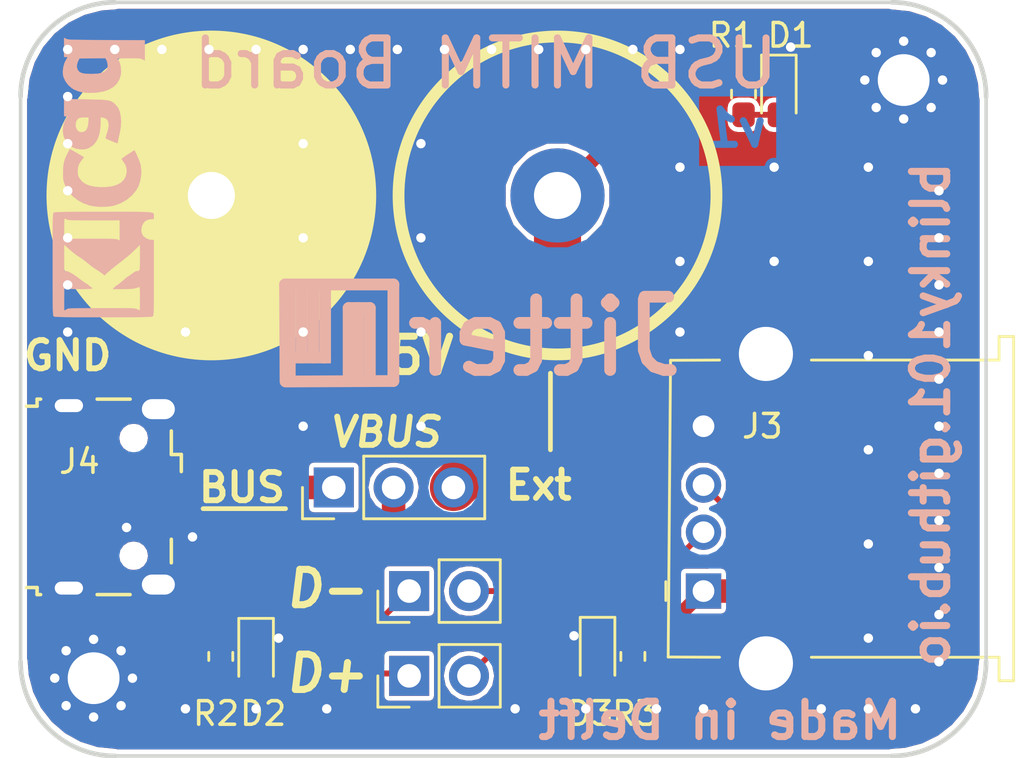
<source format=kicad_pcb>
(kicad_pcb (version 20171130) (host pcbnew "(5.0.2-5-10.14)")

  (general
    (thickness 1.6)
    (drawings 24)
    (tracks 128)
    (zones 0)
    (modules 17)
    (nets 12)
  )

  (page A4)
  (layers
    (0 F.Cu signal)
    (31 B.Cu signal)
    (32 B.Adhes user)
    (33 F.Adhes user)
    (34 B.Paste user)
    (35 F.Paste user)
    (36 B.SilkS user)
    (37 F.SilkS user)
    (38 B.Mask user)
    (39 F.Mask user)
    (40 Dwgs.User user)
    (41 Cmts.User user)
    (42 Eco1.User user)
    (43 Eco2.User user)
    (44 Edge.Cuts user)
    (45 Margin user)
    (46 B.CrtYd user)
    (47 F.CrtYd user)
    (48 B.Fab user)
    (49 F.Fab user hide)
  )

  (setup
    (last_trace_width 0.25)
    (user_trace_width 1)
    (trace_clearance 0.2)
    (zone_clearance 0.2)
    (zone_45_only no)
    (trace_min 0.2)
    (segment_width 0.5)
    (edge_width 0.15)
    (via_size 0.8)
    (via_drill 0.4)
    (via_min_size 0.4)
    (via_min_drill 0.3)
    (uvia_size 0.3)
    (uvia_drill 0.1)
    (uvias_allowed no)
    (uvia_min_size 0.2)
    (uvia_min_drill 0.1)
    (pcb_text_width 0.3)
    (pcb_text_size 1.5 1.5)
    (mod_edge_width 0.15)
    (mod_text_size 1 1)
    (mod_text_width 0.15)
    (pad_size 1.524 1.524)
    (pad_drill 0.762)
    (pad_to_mask_clearance 0.04)
    (solder_mask_min_width 0.11)
    (aux_axis_origin 0 0)
    (visible_elements FFFFFF7F)
    (pcbplotparams
      (layerselection 0x010f0_ffffffff)
      (usegerberextensions false)
      (usegerberattributes false)
      (usegerberadvancedattributes false)
      (creategerberjobfile false)
      (excludeedgelayer true)
      (linewidth 0.100000)
      (plotframeref false)
      (viasonmask false)
      (mode 1)
      (useauxorigin false)
      (hpglpennumber 1)
      (hpglpenspeed 20)
      (hpglpendiameter 15.000000)
      (psnegative false)
      (psa4output false)
      (plotreference true)
      (plotvalue true)
      (plotinvisibletext false)
      (padsonsilk false)
      (subtractmaskfromsilk false)
      (outputformat 1)
      (mirror false)
      (drillshape 0)
      (scaleselection 1)
      (outputdirectory "Fabrication/"))
  )

  (net 0 "")
  (net 1 GND)
  (net 2 "Net-(J3-Pad3)")
  (net 3 "Net-(J3-Pad2)")
  (net 4 +5V)
  (net 5 VCC)
  (net 6 VBUS)
  (net 7 "Net-(D1-Pad2)")
  (net 8 "Net-(D2-Pad2)")
  (net 9 "Net-(D3-Pad2)")
  (net 10 /D-)
  (net 11 /D+)

  (net_class Default "This is the default net class."
    (clearance 0.2)
    (trace_width 0.25)
    (via_dia 0.8)
    (via_drill 0.4)
    (uvia_dia 0.3)
    (uvia_drill 0.1)
    (add_net /D+)
    (add_net /D-)
    (add_net "Net-(D1-Pad2)")
    (add_net "Net-(D2-Pad2)")
    (add_net "Net-(D3-Pad2)")
    (add_net "Net-(J3-Pad2)")
    (add_net "Net-(J3-Pad3)")
  )

  (net_class power ""
    (clearance 0.2)
    (trace_width 0.4)
    (via_dia 0.8)
    (via_drill 0.4)
    (uvia_dia 0.3)
    (uvia_drill 0.1)
  )

  (net_class power2 ""
    (clearance 0.2)
    (trace_width 0.5)
    (via_dia 0.8)
    (via_drill 0.4)
    (uvia_dia 0.3)
    (uvia_drill 0.1)
  )

  (net_class power3 ""
    (clearance 0.2)
    (trace_width 0.6)
    (via_dia 0.8)
    (via_drill 0.4)
    (uvia_dia 0.3)
    (uvia_drill 0.1)
    (add_net +5V)
    (add_net GND)
    (add_net VBUS)
    (add_net VCC)
  )

  (module Jitter_Footprints:CT3149_Banana_Jack_4mm (layer F.Cu) (tedit 5C29EF05) (tstamp 5C295975)
    (at 58.1 42.2)
    (path /5C28E6B0)
    (fp_text reference J2 (at -1.5 4.5) (layer F.SilkS) hide
      (effects (font (size 1 1) (thickness 0.15)))
    )
    (fp_text value Conn_01x01_Female (at 0 -0.5) (layer F.Fab)
      (effects (font (size 1 1) (thickness 0.15)))
    )
    (fp_circle (center 0 0) (end 6.75 0) (layer F.SilkS) (width 0.5))
    (pad 1 thru_hole circle (at 0 0) (size 4 4) (drill 2) (layers *.Cu *.Mask)
      (net 1 GND))
  )

  (module Jitter_Footprints:CT3149_Banana_Jack_4mm (layer F.Cu) (tedit 5C29EF05) (tstamp 5C29596F)
    (at 72.8 42.2)
    (path /5C28C19A)
    (fp_text reference J1 (at 4 -4) (layer F.SilkS) hide
      (effects (font (size 1 1) (thickness 0.15)))
    )
    (fp_text value Conn_01x01_Female (at 0 -0.5) (layer F.Fab)
      (effects (font (size 1 1) (thickness 0.15)))
    )
    (fp_circle (center 0 0) (end 6.75 0) (layer F.SilkS) (width 0.5))
    (pad 1 thru_hole circle (at 0 0) (size 4 4) (drill 2) (layers *.Cu *.Mask)
      (net 4 +5V))
  )

  (module Connector_USB:USB_Micro-B_Wuerth_629105150521 (layer F.Cu) (tedit 5A142044) (tstamp 5C2964D3)
    (at 54 55 270)
    (descr "USB Micro-B receptacle, http://www.mouser.com/ds/2/445/629105150521-469306.pdf")
    (tags "usb micro receptacle")
    (path /5C28BCF5)
    (attr smd)
    (fp_text reference J4 (at -1.5 1.5 180) (layer F.SilkS)
      (effects (font (size 1 1) (thickness 0.15)))
    )
    (fp_text value USB_B_Micro (at 0 5.6 270) (layer F.Fab)
      (effects (font (size 1 1) (thickness 0.15)))
    )
    (fp_text user "PCB Edge" (at 0 3.75 270) (layer Dwgs.User)
      (effects (font (size 0.5 0.5) (thickness 0.08)))
    )
    (fp_text user %R (at 0 1.05 270) (layer F.Fab)
      (effects (font (size 1 1) (thickness 0.15)))
    )
    (fp_line (start 4.95 -3.34) (end -4.94 -3.34) (layer F.CrtYd) (width 0.05))
    (fp_line (start 4.95 4.85) (end 4.95 -3.34) (layer F.CrtYd) (width 0.05))
    (fp_line (start -4.94 4.85) (end 4.95 4.85) (layer F.CrtYd) (width 0.05))
    (fp_line (start -4.94 -3.34) (end -4.94 4.85) (layer F.CrtYd) (width 0.05))
    (fp_line (start 1.8 -2.4) (end 2.8 -2.4) (layer F.SilkS) (width 0.15))
    (fp_line (start -1.8 -2.4) (end -2.8 -2.4) (layer F.SilkS) (width 0.15))
    (fp_line (start -1.8 -2.825) (end -1.8 -2.4) (layer F.SilkS) (width 0.15))
    (fp_line (start -1.075 -2.825) (end -1.8 -2.825) (layer F.SilkS) (width 0.15))
    (fp_line (start 4.15 0.75) (end 4.15 -0.65) (layer F.SilkS) (width 0.15))
    (fp_line (start 4.15 3.3) (end 4.15 3.15) (layer F.SilkS) (width 0.15))
    (fp_line (start 3.85 3.3) (end 4.15 3.3) (layer F.SilkS) (width 0.15))
    (fp_line (start 3.85 3.75) (end 3.85 3.3) (layer F.SilkS) (width 0.15))
    (fp_line (start -3.85 3.3) (end -3.85 3.75) (layer F.SilkS) (width 0.15))
    (fp_line (start -4.15 3.3) (end -3.85 3.3) (layer F.SilkS) (width 0.15))
    (fp_line (start -4.15 3.15) (end -4.15 3.3) (layer F.SilkS) (width 0.15))
    (fp_line (start -4.15 -0.65) (end -4.15 0.75) (layer F.SilkS) (width 0.15))
    (fp_line (start -1.075 -2.95) (end -1.075 -2.725) (layer F.Fab) (width 0.15))
    (fp_line (start -1.525 -2.95) (end -1.075 -2.95) (layer F.Fab) (width 0.15))
    (fp_line (start -1.525 -2.725) (end -1.525 -2.95) (layer F.Fab) (width 0.15))
    (fp_line (start -1.3 -2.55) (end -1.525 -2.725) (layer F.Fab) (width 0.15))
    (fp_line (start -1.075 -2.725) (end -1.3 -2.55) (layer F.Fab) (width 0.15))
    (fp_line (start -2.7 3.75) (end 2.7 3.75) (layer F.Fab) (width 0.15))
    (fp_line (start 4 -2.25) (end -4 -2.25) (layer F.Fab) (width 0.15))
    (fp_line (start 4 3.15) (end 4 -2.25) (layer F.Fab) (width 0.15))
    (fp_line (start 3.7 3.15) (end 4 3.15) (layer F.Fab) (width 0.15))
    (fp_line (start 3.7 4.35) (end 3.7 3.15) (layer F.Fab) (width 0.15))
    (fp_line (start -3.7 4.35) (end 3.7 4.35) (layer F.Fab) (width 0.15))
    (fp_line (start -3.7 3.15) (end -3.7 4.35) (layer F.Fab) (width 0.15))
    (fp_line (start -4 3.15) (end -3.7 3.15) (layer F.Fab) (width 0.15))
    (fp_line (start -4 -2.25) (end -4 3.15) (layer F.Fab) (width 0.15))
    (pad "" np_thru_hole oval (at 2.5 -0.8 270) (size 0.8 0.8) (drill 0.8) (layers *.Cu *.Mask))
    (pad "" np_thru_hole oval (at -2.5 -0.8 270) (size 0.8 0.8) (drill 0.8) (layers *.Cu *.Mask))
    (pad 6 thru_hole oval (at 3.875 1.95 270) (size 1.15 1.8) (drill oval 0.55 1.2) (layers *.Cu *.Mask)
      (net 1 GND))
    (pad 6 thru_hole oval (at -3.875 1.95 270) (size 1.15 1.8) (drill oval 0.55 1.2) (layers *.Cu *.Mask)
      (net 1 GND))
    (pad 6 thru_hole oval (at 3.725 -1.85 270) (size 1.45 2) (drill oval 0.85 1.4) (layers *.Cu *.Mask)
      (net 1 GND))
    (pad 6 thru_hole oval (at -3.725 -1.85 270) (size 1.45 2) (drill oval 0.85 1.4) (layers *.Cu *.Mask)
      (net 1 GND))
    (pad 5 smd rect (at 1.3 -1.9 270) (size 0.45 1.3) (layers F.Cu F.Paste F.Mask)
      (net 1 GND))
    (pad 4 smd rect (at 0.65 -1.9 270) (size 0.45 1.3) (layers F.Cu F.Paste F.Mask))
    (pad 3 smd rect (at 0 -1.9 270) (size 0.45 1.3) (layers F.Cu F.Paste F.Mask)
      (net 11 /D+))
    (pad 2 smd rect (at -0.65 -1.9 270) (size 0.45 1.3) (layers F.Cu F.Paste F.Mask)
      (net 10 /D-))
    (pad 1 smd rect (at -1.3 -1.9 270) (size 0.45 1.3) (layers F.Cu F.Paste F.Mask)
      (net 6 VBUS))
    (model ${KISYS3DMOD}/Connector_USB.3dshapes/USB_Micro-B_Wuerth_629105150521.wrl
      (at (xyz 0 0 0))
      (scale (xyz 1 1 1))
      (rotate (xyz 0 0 0))
    )
  )

  (module Jitter_Footprints:USB_A_Wuerth_61400416021_Horizontal (layer F.Cu) (tedit 5C28E493) (tstamp 5C295969)
    (at 79 59 90)
    (descr "Stacked USB A connector http://katalog.we-online.de/em/datasheet/61400826021.pdf")
    (tags "Wuerth stacked USB_A")
    (path /5C28BDA2)
    (fp_text reference J3 (at 7 2.5 180) (layer F.SilkS)
      (effects (font (size 1 1) (thickness 0.15)))
    )
    (fp_text value USB_A (at 3.5 17 90) (layer F.Fab)
      (effects (font (size 1 1) (thickness 0.15)))
    )
    (fp_line (start -3.1 0.7) (end -3.1 -2) (layer F.CrtYd) (width 0.05))
    (fp_line (start -3.1 12.1) (end -4.2 12.1) (layer F.CrtYd) (width 0.05))
    (fp_line (start -4.92 3.54) (end -4.92 1.86) (layer F.CrtYd) (width 0.05))
    (fp_line (start -3.11 4.7) (end -3.76 4.7) (layer F.CrtYd) (width 0.05))
    (fp_line (start -3.11 0.7) (end -3.76 0.7) (layer F.CrtYd) (width 0.05))
    (fp_line (start -3.76 4.7) (end -4.92 3.54) (layer F.CrtYd) (width 0.05))
    (fp_line (start -4.92 1.86) (end -3.76 0.7) (layer F.CrtYd) (width 0.05))
    (fp_line (start -3.1 4.7) (end -3.1 12.1) (layer F.CrtYd) (width 0.05))
    (fp_line (start 10.3 4.7) (end 10.3 12.1) (layer F.CrtYd) (width 0.05))
    (fp_line (start 10.3 0.7) (end 10.3 -2) (layer F.CrtYd) (width 0.05))
    (fp_line (start 10.96 0.7) (end 12.12 1.86) (layer F.CrtYd) (width 0.05))
    (fp_line (start 10.31 4.7) (end 10.96 4.7) (layer F.CrtYd) (width 0.05))
    (fp_line (start 10.31 0.7) (end 10.96 0.7) (layer F.CrtYd) (width 0.05))
    (fp_line (start 12.12 1.86) (end 12.12 3.54) (layer F.CrtYd) (width 0.05))
    (fp_line (start -4.2 12.1) (end -4.2 13.6) (layer F.CrtYd) (width 0.05))
    (fp_line (start 10.3 -2) (end -3.1 -2) (layer F.CrtYd) (width 0.05))
    (fp_line (start 9.81 0.68) (end 9.8 -1.4) (layer F.SilkS) (width 0.12))
    (fp_line (start -2.81 0.68) (end -2.8 -1.5) (layer F.SilkS) (width 0.12))
    (fp_line (start 9.75 -1.39) (end 9.8 12.5) (layer F.Fab) (width 0.1))
    (fp_line (start -4.2 13.6) (end 11.3 13.6) (layer F.CrtYd) (width 0.05))
    (fp_line (start 10.75 13.01) (end -3.75 13.01) (layer F.Fab) (width 0.1))
    (fp_line (start -2.75 -1.39) (end -2.8 12.5) (layer F.Fab) (width 0.1))
    (fp_line (start 9.75 -1.39) (end -2.75 -1.39) (layer F.Fab) (width 0.1))
    (fp_line (start -2.75 12.51) (end -3.75 12.51) (layer F.Fab) (width 0.1))
    (fp_line (start -3.75 12.51) (end -3.75 13.01) (layer F.Fab) (width 0.1))
    (fp_line (start 9.75 12.51) (end 10.75 12.51) (layer F.Fab) (width 0.1))
    (fp_line (start 10.75 12.51) (end 10.75 13.01) (layer F.Fab) (width 0.1))
    (fp_line (start 9.81 4.58) (end 9.81 12.55) (layer F.SilkS) (width 0.12))
    (fp_line (start 9.81 12.55) (end 10.81 12.55) (layer F.SilkS) (width 0.12))
    (fp_line (start 10.81 12.55) (end 10.81 13.17) (layer F.SilkS) (width 0.12))
    (fp_line (start 10.81 13.17) (end -3.81 13.17) (layer F.SilkS) (width 0.12))
    (fp_line (start -3.81 13.17) (end -3.81 12.55) (layer F.SilkS) (width 0.12))
    (fp_line (start -3.81 12.55) (end -2.81 12.55) (layer F.SilkS) (width 0.12))
    (fp_line (start -2.81 12.55) (end -2.81 4.58) (layer F.SilkS) (width 0.12))
    (fp_line (start -2.8 -1.5) (end 9.8 -1.4) (layer F.SilkS) (width 0.12))
    (fp_line (start 0 -1.1) (end 0.3 -1.38) (layer F.Fab) (width 0.12))
    (fp_line (start 0 -1.1) (end -0.3 -1.38) (layer F.Fab) (width 0.12))
    (fp_text user %R (at 3.5 7 90) (layer F.Fab)
      (effects (font (size 1 1) (thickness 0.15)))
    )
    (fp_line (start 0.4 -1.6) (end -0.4 -1.6) (layer F.SilkS) (width 0.12))
    (fp_line (start 10.31 12.1) (end 11.3 12.1) (layer F.CrtYd) (width 0.05))
    (fp_line (start 11.3 12.1) (end 11.3 13.6) (layer F.CrtYd) (width 0.05))
    (fp_line (start 12.12 3.54) (end 10.96 4.7) (layer F.CrtYd) (width 0.05))
    (pad 5 thru_hole circle (at 10.07 2.65 90) (size 3 3) (drill 2.3) (layers *.Cu *.Mask)
      (net 1 GND))
    (pad 5 thru_hole circle (at -3.07 2.65 90) (size 3 3) (drill 2.3) (layers *.Cu *.Mask)
      (net 1 GND))
    (pad 1 thru_hole rect (at 0 0 90) (size 1.5 1.5) (drill 0.92) (layers *.Cu *.Mask)
      (net 5 VCC))
    (pad 2 thru_hole circle (at 2.5 0 90) (size 1.5 1.5) (drill 0.92) (layers *.Cu *.Mask)
      (net 3 "Net-(J3-Pad2)"))
    (pad 3 thru_hole circle (at 4.5 0 90) (size 1.5 1.5) (drill 0.92) (layers *.Cu *.Mask)
      (net 2 "Net-(J3-Pad3)"))
    (pad 4 thru_hole circle (at 7 0 90) (size 1.5 1.5) (drill 0.92) (layers *.Cu *.Mask)
      (net 1 GND))
    (model ${KISYS3DMOD}/Connector_USB.3dshapes/USB_A_Wuerth_61400826021_Horizontal_Stacked.wrl
      (at (xyz 0 0 0))
      (scale (xyz 1 1 1))
      (rotate (xyz 0 0 0))
    )
    (model "${MODEL3D}/Wurth_USBA_61400416021 (rev1).stp"
      (offset (xyz 3.5 -6 4))
      (scale (xyz 1 1 1))
      (rotate (xyz 0 180 0))
    )
  )

  (module Connector_PinHeader_2.54mm:PinHeader_1x03_P2.54mm_Vertical (layer F.Cu) (tedit 59FED5CC) (tstamp 5C2ABC27)
    (at 63.3 54.6 90)
    (descr "Through hole straight pin header, 1x03, 2.54mm pitch, single row")
    (tags "Through hole pin header THT 1x03 2.54mm single row")
    (path /5C295FFA)
    (fp_text reference JP1 (at 2 2.7 180) (layer F.SilkS) hide
      (effects (font (size 1 1) (thickness 0.15)))
    )
    (fp_text value Jumper_NC_Dual (at 0 7.41 90) (layer F.Fab)
      (effects (font (size 1 1) (thickness 0.15)))
    )
    (fp_text user %R (at 0 2.54 180) (layer F.Fab)
      (effects (font (size 1 1) (thickness 0.15)))
    )
    (fp_line (start 1.8 -1.8) (end -1.8 -1.8) (layer F.CrtYd) (width 0.05))
    (fp_line (start 1.8 6.85) (end 1.8 -1.8) (layer F.CrtYd) (width 0.05))
    (fp_line (start -1.8 6.85) (end 1.8 6.85) (layer F.CrtYd) (width 0.05))
    (fp_line (start -1.8 -1.8) (end -1.8 6.85) (layer F.CrtYd) (width 0.05))
    (fp_line (start -1.33 -1.33) (end 0 -1.33) (layer F.SilkS) (width 0.12))
    (fp_line (start -1.33 0) (end -1.33 -1.33) (layer F.SilkS) (width 0.12))
    (fp_line (start -1.33 1.27) (end 1.33 1.27) (layer F.SilkS) (width 0.12))
    (fp_line (start 1.33 1.27) (end 1.33 6.41) (layer F.SilkS) (width 0.12))
    (fp_line (start -1.33 1.27) (end -1.33 6.41) (layer F.SilkS) (width 0.12))
    (fp_line (start -1.33 6.41) (end 1.33 6.41) (layer F.SilkS) (width 0.12))
    (fp_line (start -1.27 -0.635) (end -0.635 -1.27) (layer F.Fab) (width 0.1))
    (fp_line (start -1.27 6.35) (end -1.27 -0.635) (layer F.Fab) (width 0.1))
    (fp_line (start 1.27 6.35) (end -1.27 6.35) (layer F.Fab) (width 0.1))
    (fp_line (start 1.27 -1.27) (end 1.27 6.35) (layer F.Fab) (width 0.1))
    (fp_line (start -0.635 -1.27) (end 1.27 -1.27) (layer F.Fab) (width 0.1))
    (pad 3 thru_hole oval (at 0 5.08 90) (size 1.7 1.7) (drill 1) (layers *.Cu *.Mask)
      (net 4 +5V))
    (pad 2 thru_hole oval (at 0 2.54 90) (size 1.7 1.7) (drill 1) (layers *.Cu *.Mask)
      (net 5 VCC))
    (pad 1 thru_hole rect (at 0 0 90) (size 1.7 1.7) (drill 1) (layers *.Cu *.Mask)
      (net 6 VBUS))
    (model ${KISYS3DMOD}/Connector_PinHeader_2.54mm.3dshapes/PinHeader_1x03_P2.54mm_Vertical.wrl
      (at (xyz 0 0 0))
      (scale (xyz 1 1 1))
      (rotate (xyz 0 0 0))
    )
  )

  (module Connector_PinHeader_2.54mm:PinHeader_1x02_P2.54mm_Vertical (layer F.Cu) (tedit 59FED5CC) (tstamp 5C2ABC3D)
    (at 66.5 62.6 90)
    (descr "Through hole straight pin header, 1x02, 2.54mm pitch, single row")
    (tags "Through hole pin header THT 1x02 2.54mm single row")
    (path /5C298455)
    (fp_text reference JP2 (at 1 5.6 180) (layer F.SilkS) hide
      (effects (font (size 1 1) (thickness 0.15)))
    )
    (fp_text value Jumper (at 0 4.87 90) (layer F.Fab)
      (effects (font (size 1 1) (thickness 0.15)))
    )
    (fp_text user %R (at 0 1.27 180) (layer F.Fab)
      (effects (font (size 1 1) (thickness 0.15)))
    )
    (fp_line (start 1.8 -1.8) (end -1.8 -1.8) (layer F.CrtYd) (width 0.05))
    (fp_line (start 1.8 4.35) (end 1.8 -1.8) (layer F.CrtYd) (width 0.05))
    (fp_line (start -1.8 4.35) (end 1.8 4.35) (layer F.CrtYd) (width 0.05))
    (fp_line (start -1.8 -1.8) (end -1.8 4.35) (layer F.CrtYd) (width 0.05))
    (fp_line (start -1.33 -1.33) (end 0 -1.33) (layer F.SilkS) (width 0.12))
    (fp_line (start -1.33 0) (end -1.33 -1.33) (layer F.SilkS) (width 0.12))
    (fp_line (start -1.33 1.27) (end 1.33 1.27) (layer F.SilkS) (width 0.12))
    (fp_line (start 1.33 1.27) (end 1.33 3.87) (layer F.SilkS) (width 0.12))
    (fp_line (start -1.33 1.27) (end -1.33 3.87) (layer F.SilkS) (width 0.12))
    (fp_line (start -1.33 3.87) (end 1.33 3.87) (layer F.SilkS) (width 0.12))
    (fp_line (start -1.27 -0.635) (end -0.635 -1.27) (layer F.Fab) (width 0.1))
    (fp_line (start -1.27 3.81) (end -1.27 -0.635) (layer F.Fab) (width 0.1))
    (fp_line (start 1.27 3.81) (end -1.27 3.81) (layer F.Fab) (width 0.1))
    (fp_line (start 1.27 -1.27) (end 1.27 3.81) (layer F.Fab) (width 0.1))
    (fp_line (start -0.635 -1.27) (end 1.27 -1.27) (layer F.Fab) (width 0.1))
    (pad 2 thru_hole oval (at 0 2.54 90) (size 1.7 1.7) (drill 1) (layers *.Cu *.Mask)
      (net 2 "Net-(J3-Pad3)"))
    (pad 1 thru_hole rect (at 0 0 90) (size 1.7 1.7) (drill 1) (layers *.Cu *.Mask)
      (net 11 /D+))
    (model ${KISYS3DMOD}/Connector_PinHeader_2.54mm.3dshapes/PinHeader_1x02_P2.54mm_Vertical.wrl
      (at (xyz 0 0 0))
      (scale (xyz 1 1 1))
      (rotate (xyz 0 0 0))
    )
  )

  (module Connector_PinHeader_2.54mm:PinHeader_1x02_P2.54mm_Vertical (layer F.Cu) (tedit 59FED5CC) (tstamp 5C2ABC53)
    (at 66.5 59 90)
    (descr "Through hole straight pin header, 1x02, 2.54mm pitch, single row")
    (tags "Through hole pin header THT 1x02 2.54mm single row")
    (path /5C298F96)
    (fp_text reference JP3 (at 1.2 5.8 180) (layer F.SilkS) hide
      (effects (font (size 1 1) (thickness 0.15)))
    )
    (fp_text value Jumper (at 0 4.87 90) (layer F.Fab)
      (effects (font (size 1 1) (thickness 0.15)))
    )
    (fp_text user %R (at 0 1.27 180) (layer F.Fab)
      (effects (font (size 1 1) (thickness 0.15)))
    )
    (fp_line (start 1.8 -1.8) (end -1.8 -1.8) (layer F.CrtYd) (width 0.05))
    (fp_line (start 1.8 4.35) (end 1.8 -1.8) (layer F.CrtYd) (width 0.05))
    (fp_line (start -1.8 4.35) (end 1.8 4.35) (layer F.CrtYd) (width 0.05))
    (fp_line (start -1.8 -1.8) (end -1.8 4.35) (layer F.CrtYd) (width 0.05))
    (fp_line (start -1.33 -1.33) (end 0 -1.33) (layer F.SilkS) (width 0.12))
    (fp_line (start -1.33 0) (end -1.33 -1.33) (layer F.SilkS) (width 0.12))
    (fp_line (start -1.33 1.27) (end 1.33 1.27) (layer F.SilkS) (width 0.12))
    (fp_line (start 1.33 1.27) (end 1.33 3.87) (layer F.SilkS) (width 0.12))
    (fp_line (start -1.33 1.27) (end -1.33 3.87) (layer F.SilkS) (width 0.12))
    (fp_line (start -1.33 3.87) (end 1.33 3.87) (layer F.SilkS) (width 0.12))
    (fp_line (start -1.27 -0.635) (end -0.635 -1.27) (layer F.Fab) (width 0.1))
    (fp_line (start -1.27 3.81) (end -1.27 -0.635) (layer F.Fab) (width 0.1))
    (fp_line (start 1.27 3.81) (end -1.27 3.81) (layer F.Fab) (width 0.1))
    (fp_line (start 1.27 -1.27) (end 1.27 3.81) (layer F.Fab) (width 0.1))
    (fp_line (start -0.635 -1.27) (end 1.27 -1.27) (layer F.Fab) (width 0.1))
    (pad 2 thru_hole oval (at 0 2.54 90) (size 1.7 1.7) (drill 1) (layers *.Cu *.Mask)
      (net 3 "Net-(J3-Pad2)"))
    (pad 1 thru_hole rect (at 0 0 90) (size 1.7 1.7) (drill 1) (layers *.Cu *.Mask)
      (net 10 /D-))
    (model ${KISYS3DMOD}/Connector_PinHeader_2.54mm.3dshapes/PinHeader_1x02_P2.54mm_Vertical.wrl
      (at (xyz 0 0 0))
      (scale (xyz 1 1 1))
      (rotate (xyz 0 0 0))
    )
  )

  (module LED_SMD:LED_0603_1608Metric_Pad1.05x0.95mm_HandSolder (layer F.Cu) (tedit 5B4B45C9) (tstamp 5C2AEA0D)
    (at 82.2 37.9 270)
    (descr "LED SMD 0603 (1608 Metric), square (rectangular) end terminal, IPC_7351 nominal, (Body size source: http://www.tortai-tech.com/upload/download/2011102023233369053.pdf), generated with kicad-footprint-generator")
    (tags "LED handsolder")
    (path /5C29D59A)
    (attr smd)
    (fp_text reference D1 (at -2.5 -0.5) (layer F.SilkS)
      (effects (font (size 1 1) (thickness 0.15)))
    )
    (fp_text value LED (at 0 1.43 270) (layer F.Fab)
      (effects (font (size 1 1) (thickness 0.15)))
    )
    (fp_text user %R (at 0 0 270) (layer F.Fab)
      (effects (font (size 0.4 0.4) (thickness 0.06)))
    )
    (fp_line (start 1.65 0.73) (end -1.65 0.73) (layer F.CrtYd) (width 0.05))
    (fp_line (start 1.65 -0.73) (end 1.65 0.73) (layer F.CrtYd) (width 0.05))
    (fp_line (start -1.65 -0.73) (end 1.65 -0.73) (layer F.CrtYd) (width 0.05))
    (fp_line (start -1.65 0.73) (end -1.65 -0.73) (layer F.CrtYd) (width 0.05))
    (fp_line (start -1.66 0.735) (end 0.8 0.735) (layer F.SilkS) (width 0.12))
    (fp_line (start -1.66 -0.735) (end -1.66 0.735) (layer F.SilkS) (width 0.12))
    (fp_line (start 0.8 -0.735) (end -1.66 -0.735) (layer F.SilkS) (width 0.12))
    (fp_line (start 0.8 0.4) (end 0.8 -0.4) (layer F.Fab) (width 0.1))
    (fp_line (start -0.8 0.4) (end 0.8 0.4) (layer F.Fab) (width 0.1))
    (fp_line (start -0.8 -0.1) (end -0.8 0.4) (layer F.Fab) (width 0.1))
    (fp_line (start -0.5 -0.4) (end -0.8 -0.1) (layer F.Fab) (width 0.1))
    (fp_line (start 0.8 -0.4) (end -0.5 -0.4) (layer F.Fab) (width 0.1))
    (pad 2 smd roundrect (at 0.875 0 270) (size 1.05 0.95) (layers F.Cu F.Paste F.Mask) (roundrect_rratio 0.25)
      (net 7 "Net-(D1-Pad2)"))
    (pad 1 smd roundrect (at -0.875 0 270) (size 1.05 0.95) (layers F.Cu F.Paste F.Mask) (roundrect_rratio 0.25)
      (net 1 GND))
    (model ${KISYS3DMOD}/LED_SMD.3dshapes/LED_0603_1608Metric.wrl
      (at (xyz 0 0 0))
      (scale (xyz 1 1 1))
      (rotate (xyz 0 0 0))
    )
  )

  (module LED_SMD:LED_0603_1608Metric_Pad1.05x0.95mm_HandSolder (layer F.Cu) (tedit 5B4B45C9) (tstamp 5C2AEA20)
    (at 60 61.82 270)
    (descr "LED SMD 0603 (1608 Metric), square (rectangular) end terminal, IPC_7351 nominal, (Body size source: http://www.tortai-tech.com/upload/download/2011102023233369053.pdf), generated with kicad-footprint-generator")
    (tags "LED handsolder")
    (path /5C29B7C4)
    (attr smd)
    (fp_text reference D2 (at 2.38 -0.3 180) (layer F.SilkS)
      (effects (font (size 1 1) (thickness 0.15)))
    )
    (fp_text value LED (at 0 1.43 270) (layer F.Fab)
      (effects (font (size 1 1) (thickness 0.15)))
    )
    (fp_text user %R (at 0 0 270) (layer F.Fab)
      (effects (font (size 0.4 0.4) (thickness 0.06)))
    )
    (fp_line (start 1.65 0.73) (end -1.65 0.73) (layer F.CrtYd) (width 0.05))
    (fp_line (start 1.65 -0.73) (end 1.65 0.73) (layer F.CrtYd) (width 0.05))
    (fp_line (start -1.65 -0.73) (end 1.65 -0.73) (layer F.CrtYd) (width 0.05))
    (fp_line (start -1.65 0.73) (end -1.65 -0.73) (layer F.CrtYd) (width 0.05))
    (fp_line (start -1.66 0.735) (end 0.8 0.735) (layer F.SilkS) (width 0.12))
    (fp_line (start -1.66 -0.735) (end -1.66 0.735) (layer F.SilkS) (width 0.12))
    (fp_line (start 0.8 -0.735) (end -1.66 -0.735) (layer F.SilkS) (width 0.12))
    (fp_line (start 0.8 0.4) (end 0.8 -0.4) (layer F.Fab) (width 0.1))
    (fp_line (start -0.8 0.4) (end 0.8 0.4) (layer F.Fab) (width 0.1))
    (fp_line (start -0.8 -0.1) (end -0.8 0.4) (layer F.Fab) (width 0.1))
    (fp_line (start -0.5 -0.4) (end -0.8 -0.1) (layer F.Fab) (width 0.1))
    (fp_line (start 0.8 -0.4) (end -0.5 -0.4) (layer F.Fab) (width 0.1))
    (pad 2 smd roundrect (at 0.875 0 270) (size 1.05 0.95) (layers F.Cu F.Paste F.Mask) (roundrect_rratio 0.25)
      (net 8 "Net-(D2-Pad2)"))
    (pad 1 smd roundrect (at -0.875 0 270) (size 1.05 0.95) (layers F.Cu F.Paste F.Mask) (roundrect_rratio 0.25)
      (net 1 GND))
    (model ${KISYS3DMOD}/LED_SMD.3dshapes/LED_0603_1608Metric.wrl
      (at (xyz 0 0 0))
      (scale (xyz 1 1 1))
      (rotate (xyz 0 0 0))
    )
  )

  (module LED_SMD:LED_0603_1608Metric_Pad1.05x0.95mm_HandSolder (layer F.Cu) (tedit 5B4B45C9) (tstamp 5C2AEA33)
    (at 74.5 61.775 270)
    (descr "LED SMD 0603 (1608 Metric), square (rectangular) end terminal, IPC_7351 nominal, (Body size source: http://www.tortai-tech.com/upload/download/2011102023233369053.pdf), generated with kicad-footprint-generator")
    (tags "LED handsolder")
    (path /5C29CE9B)
    (attr smd)
    (fp_text reference D3 (at 2.425 0.3 180) (layer F.SilkS)
      (effects (font (size 1 1) (thickness 0.15)))
    )
    (fp_text value LED (at 0 1.43 270) (layer F.Fab)
      (effects (font (size 1 1) (thickness 0.15)))
    )
    (fp_text user %R (at 0 0 270) (layer F.Fab)
      (effects (font (size 0.4 0.4) (thickness 0.06)))
    )
    (fp_line (start 1.65 0.73) (end -1.65 0.73) (layer F.CrtYd) (width 0.05))
    (fp_line (start 1.65 -0.73) (end 1.65 0.73) (layer F.CrtYd) (width 0.05))
    (fp_line (start -1.65 -0.73) (end 1.65 -0.73) (layer F.CrtYd) (width 0.05))
    (fp_line (start -1.65 0.73) (end -1.65 -0.73) (layer F.CrtYd) (width 0.05))
    (fp_line (start -1.66 0.735) (end 0.8 0.735) (layer F.SilkS) (width 0.12))
    (fp_line (start -1.66 -0.735) (end -1.66 0.735) (layer F.SilkS) (width 0.12))
    (fp_line (start 0.8 -0.735) (end -1.66 -0.735) (layer F.SilkS) (width 0.12))
    (fp_line (start 0.8 0.4) (end 0.8 -0.4) (layer F.Fab) (width 0.1))
    (fp_line (start -0.8 0.4) (end 0.8 0.4) (layer F.Fab) (width 0.1))
    (fp_line (start -0.8 -0.1) (end -0.8 0.4) (layer F.Fab) (width 0.1))
    (fp_line (start -0.5 -0.4) (end -0.8 -0.1) (layer F.Fab) (width 0.1))
    (fp_line (start 0.8 -0.4) (end -0.5 -0.4) (layer F.Fab) (width 0.1))
    (pad 2 smd roundrect (at 0.875 0 270) (size 1.05 0.95) (layers F.Cu F.Paste F.Mask) (roundrect_rratio 0.25)
      (net 9 "Net-(D3-Pad2)"))
    (pad 1 smd roundrect (at -0.875 0 270) (size 1.05 0.95) (layers F.Cu F.Paste F.Mask) (roundrect_rratio 0.25)
      (net 1 GND))
    (model ${KISYS3DMOD}/LED_SMD.3dshapes/LED_0603_1608Metric.wrl
      (at (xyz 0 0 0))
      (scale (xyz 1 1 1))
      (rotate (xyz 0 0 0))
    )
  )

  (module MountingHole:MountingHole_2.2mm_M2_Pad_Via (layer F.Cu) (tedit 56DDB9C7) (tstamp 5C2AEA34)
    (at 87.5 37.3)
    (descr "Mounting Hole 2.2mm, M2")
    (tags "mounting hole 2.2mm m2")
    (path /5C28FD49)
    (attr virtual)
    (fp_text reference H1 (at 0 -3.2) (layer F.SilkS) hide
      (effects (font (size 1 1) (thickness 0.15)))
    )
    (fp_text value MountingHole_Pad (at 0 3.2) (layer F.Fab)
      (effects (font (size 1 1) (thickness 0.15)))
    )
    (fp_circle (center 0 0) (end 2.45 0) (layer F.CrtYd) (width 0.05))
    (fp_circle (center 0 0) (end 2.2 0) (layer Cmts.User) (width 0.15))
    (fp_text user %R (at 0.3 0) (layer F.Fab)
      (effects (font (size 1 1) (thickness 0.15)))
    )
    (pad 1 thru_hole circle (at 1.166726 -1.166726) (size 0.7 0.7) (drill 0.4) (layers *.Cu *.Mask)
      (net 1 GND))
    (pad 1 thru_hole circle (at 0 -1.65) (size 0.7 0.7) (drill 0.4) (layers *.Cu *.Mask)
      (net 1 GND))
    (pad 1 thru_hole circle (at -1.166726 -1.166726) (size 0.7 0.7) (drill 0.4) (layers *.Cu *.Mask)
      (net 1 GND))
    (pad 1 thru_hole circle (at -1.65 0) (size 0.7 0.7) (drill 0.4) (layers *.Cu *.Mask)
      (net 1 GND))
    (pad 1 thru_hole circle (at -1.166726 1.166726) (size 0.7 0.7) (drill 0.4) (layers *.Cu *.Mask)
      (net 1 GND))
    (pad 1 thru_hole circle (at 0 1.65) (size 0.7 0.7) (drill 0.4) (layers *.Cu *.Mask)
      (net 1 GND))
    (pad 1 thru_hole circle (at 1.166726 1.166726) (size 0.7 0.7) (drill 0.4) (layers *.Cu *.Mask)
      (net 1 GND))
    (pad 1 thru_hole circle (at 1.65 0) (size 0.7 0.7) (drill 0.4) (layers *.Cu *.Mask)
      (net 1 GND))
    (pad 1 thru_hole circle (at 0 0) (size 4.4 4.4) (drill 2.2) (layers *.Cu *.Mask)
      (net 1 GND))
  )

  (module MountingHole:MountingHole_2.2mm_M2_Pad_Via (layer F.Cu) (tedit 56DDB9C7) (tstamp 5C2AEA43)
    (at 53.1 62.7)
    (descr "Mounting Hole 2.2mm, M2")
    (tags "mounting hole 2.2mm m2")
    (path /5C28FE6F)
    (attr virtual)
    (fp_text reference H2 (at 0 -3.2) (layer F.SilkS) hide
      (effects (font (size 1 1) (thickness 0.15)))
    )
    (fp_text value MountingHole_Pad (at 0 3.2) (layer F.Fab)
      (effects (font (size 1 1) (thickness 0.15)))
    )
    (fp_circle (center 0 0) (end 2.45 0) (layer F.CrtYd) (width 0.05))
    (fp_circle (center 0 0) (end 2.2 0) (layer Cmts.User) (width 0.15))
    (fp_text user %R (at 0.3 0) (layer F.Fab)
      (effects (font (size 1 1) (thickness 0.15)))
    )
    (pad 1 thru_hole circle (at 1.166726 -1.166726) (size 0.7 0.7) (drill 0.4) (layers *.Cu *.Mask)
      (net 1 GND))
    (pad 1 thru_hole circle (at 0 -1.65) (size 0.7 0.7) (drill 0.4) (layers *.Cu *.Mask)
      (net 1 GND))
    (pad 1 thru_hole circle (at -1.166726 -1.166726) (size 0.7 0.7) (drill 0.4) (layers *.Cu *.Mask)
      (net 1 GND))
    (pad 1 thru_hole circle (at -1.65 0) (size 0.7 0.7) (drill 0.4) (layers *.Cu *.Mask)
      (net 1 GND))
    (pad 1 thru_hole circle (at -1.166726 1.166726) (size 0.7 0.7) (drill 0.4) (layers *.Cu *.Mask)
      (net 1 GND))
    (pad 1 thru_hole circle (at 0 1.65) (size 0.7 0.7) (drill 0.4) (layers *.Cu *.Mask)
      (net 1 GND))
    (pad 1 thru_hole circle (at 1.166726 1.166726) (size 0.7 0.7) (drill 0.4) (layers *.Cu *.Mask)
      (net 1 GND))
    (pad 1 thru_hole circle (at 1.65 0) (size 0.7 0.7) (drill 0.4) (layers *.Cu *.Mask)
      (net 1 GND))
    (pad 1 thru_hole circle (at 0 0) (size 4.4 4.4) (drill 2.2) (layers *.Cu *.Mask)
      (net 1 GND))
  )

  (module Resistor_SMD:R_0603_1608Metric_Pad1.05x0.95mm_HandSolder (layer F.Cu) (tedit 5B301BBD) (tstamp 5C2AEA62)
    (at 80.7 37.9 270)
    (descr "Resistor SMD 0603 (1608 Metric), square (rectangular) end terminal, IPC_7351 nominal with elongated pad for handsoldering. (Body size source: http://www.tortai-tech.com/upload/download/2011102023233369053.pdf), generated with kicad-footprint-generator")
    (tags "resistor handsolder")
    (path /5C29D593)
    (attr smd)
    (fp_text reference R1 (at -2.5 0.5) (layer F.SilkS)
      (effects (font (size 1 1) (thickness 0.15)))
    )
    (fp_text value 220 (at 0 1.43 270) (layer F.Fab)
      (effects (font (size 1 1) (thickness 0.15)))
    )
    (fp_text user %R (at 0 0 270) (layer F.Fab)
      (effects (font (size 0.4 0.4) (thickness 0.06)))
    )
    (fp_line (start 1.65 0.73) (end -1.65 0.73) (layer F.CrtYd) (width 0.05))
    (fp_line (start 1.65 -0.73) (end 1.65 0.73) (layer F.CrtYd) (width 0.05))
    (fp_line (start -1.65 -0.73) (end 1.65 -0.73) (layer F.CrtYd) (width 0.05))
    (fp_line (start -1.65 0.73) (end -1.65 -0.73) (layer F.CrtYd) (width 0.05))
    (fp_line (start -0.171267 0.51) (end 0.171267 0.51) (layer F.SilkS) (width 0.12))
    (fp_line (start -0.171267 -0.51) (end 0.171267 -0.51) (layer F.SilkS) (width 0.12))
    (fp_line (start 0.8 0.4) (end -0.8 0.4) (layer F.Fab) (width 0.1))
    (fp_line (start 0.8 -0.4) (end 0.8 0.4) (layer F.Fab) (width 0.1))
    (fp_line (start -0.8 -0.4) (end 0.8 -0.4) (layer F.Fab) (width 0.1))
    (fp_line (start -0.8 0.4) (end -0.8 -0.4) (layer F.Fab) (width 0.1))
    (pad 2 smd roundrect (at 0.875 0 270) (size 1.05 0.95) (layers F.Cu F.Paste F.Mask) (roundrect_rratio 0.25)
      (net 7 "Net-(D1-Pad2)"))
    (pad 1 smd roundrect (at -0.875 0 270) (size 1.05 0.95) (layers F.Cu F.Paste F.Mask) (roundrect_rratio 0.25)
      (net 4 +5V))
    (model ${KISYS3DMOD}/Resistor_SMD.3dshapes/R_0603_1608Metric.wrl
      (at (xyz 0 0 0))
      (scale (xyz 1 1 1))
      (rotate (xyz 0 0 0))
    )
  )

  (module Resistor_SMD:R_0603_1608Metric_Pad1.05x0.95mm_HandSolder (layer F.Cu) (tedit 5B301BBD) (tstamp 5C2AEA73)
    (at 58.5 61.775 270)
    (descr "Resistor SMD 0603 (1608 Metric), square (rectangular) end terminal, IPC_7351 nominal with elongated pad for handsoldering. (Body size source: http://www.tortai-tech.com/upload/download/2011102023233369053.pdf), generated with kicad-footprint-generator")
    (tags "resistor handsolder")
    (path /5C29B633)
    (attr smd)
    (fp_text reference R2 (at 2.425 0.2) (layer F.SilkS)
      (effects (font (size 1 1) (thickness 0.15)))
    )
    (fp_text value 220 (at 0 1.43 270) (layer F.Fab)
      (effects (font (size 1 1) (thickness 0.15)))
    )
    (fp_text user %R (at 0 0 270) (layer F.Fab)
      (effects (font (size 0.4 0.4) (thickness 0.06)))
    )
    (fp_line (start 1.65 0.73) (end -1.65 0.73) (layer F.CrtYd) (width 0.05))
    (fp_line (start 1.65 -0.73) (end 1.65 0.73) (layer F.CrtYd) (width 0.05))
    (fp_line (start -1.65 -0.73) (end 1.65 -0.73) (layer F.CrtYd) (width 0.05))
    (fp_line (start -1.65 0.73) (end -1.65 -0.73) (layer F.CrtYd) (width 0.05))
    (fp_line (start -0.171267 0.51) (end 0.171267 0.51) (layer F.SilkS) (width 0.12))
    (fp_line (start -0.171267 -0.51) (end 0.171267 -0.51) (layer F.SilkS) (width 0.12))
    (fp_line (start 0.8 0.4) (end -0.8 0.4) (layer F.Fab) (width 0.1))
    (fp_line (start 0.8 -0.4) (end 0.8 0.4) (layer F.Fab) (width 0.1))
    (fp_line (start -0.8 -0.4) (end 0.8 -0.4) (layer F.Fab) (width 0.1))
    (fp_line (start -0.8 0.4) (end -0.8 -0.4) (layer F.Fab) (width 0.1))
    (pad 2 smd roundrect (at 0.875 0 270) (size 1.05 0.95) (layers F.Cu F.Paste F.Mask) (roundrect_rratio 0.25)
      (net 8 "Net-(D2-Pad2)"))
    (pad 1 smd roundrect (at -0.875 0 270) (size 1.05 0.95) (layers F.Cu F.Paste F.Mask) (roundrect_rratio 0.25)
      (net 6 VBUS))
    (model ${KISYS3DMOD}/Resistor_SMD.3dshapes/R_0603_1608Metric.wrl
      (at (xyz 0 0 0))
      (scale (xyz 1 1 1))
      (rotate (xyz 0 0 0))
    )
  )

  (module Resistor_SMD:R_0603_1608Metric_Pad1.05x0.95mm_HandSolder (layer F.Cu) (tedit 5B301BBD) (tstamp 5C2AEA84)
    (at 76 61.775 270)
    (descr "Resistor SMD 0603 (1608 Metric), square (rectangular) end terminal, IPC_7351 nominal with elongated pad for handsoldering. (Body size source: http://www.tortai-tech.com/upload/download/2011102023233369053.pdf), generated with kicad-footprint-generator")
    (tags "resistor handsolder")
    (path /5C29CE94)
    (attr smd)
    (fp_text reference R3 (at 2.425 -0.1) (layer F.SilkS)
      (effects (font (size 1 1) (thickness 0.15)))
    )
    (fp_text value 220 (at 0 1.43 270) (layer F.Fab)
      (effects (font (size 1 1) (thickness 0.15)))
    )
    (fp_text user %R (at 0 0 270) (layer F.Fab)
      (effects (font (size 0.4 0.4) (thickness 0.06)))
    )
    (fp_line (start 1.65 0.73) (end -1.65 0.73) (layer F.CrtYd) (width 0.05))
    (fp_line (start 1.65 -0.73) (end 1.65 0.73) (layer F.CrtYd) (width 0.05))
    (fp_line (start -1.65 -0.73) (end 1.65 -0.73) (layer F.CrtYd) (width 0.05))
    (fp_line (start -1.65 0.73) (end -1.65 -0.73) (layer F.CrtYd) (width 0.05))
    (fp_line (start -0.171267 0.51) (end 0.171267 0.51) (layer F.SilkS) (width 0.12))
    (fp_line (start -0.171267 -0.51) (end 0.171267 -0.51) (layer F.SilkS) (width 0.12))
    (fp_line (start 0.8 0.4) (end -0.8 0.4) (layer F.Fab) (width 0.1))
    (fp_line (start 0.8 -0.4) (end 0.8 0.4) (layer F.Fab) (width 0.1))
    (fp_line (start -0.8 -0.4) (end 0.8 -0.4) (layer F.Fab) (width 0.1))
    (fp_line (start -0.8 0.4) (end -0.8 -0.4) (layer F.Fab) (width 0.1))
    (pad 2 smd roundrect (at 0.875 0 270) (size 1.05 0.95) (layers F.Cu F.Paste F.Mask) (roundrect_rratio 0.25)
      (net 9 "Net-(D3-Pad2)"))
    (pad 1 smd roundrect (at -0.875 0 270) (size 1.05 0.95) (layers F.Cu F.Paste F.Mask) (roundrect_rratio 0.25)
      (net 5 VCC))
    (model ${KISYS3DMOD}/Resistor_SMD.3dshapes/R_0603_1608Metric.wrl
      (at (xyz 0 0 0))
      (scale (xyz 1 1 1))
      (rotate (xyz 0 0 0))
    )
  )

  (module Jitter_Logos:Symbol_Jitter-Icon_CopperAndSilkScreenTop (layer B.Cu) (tedit 5C7FDEC0) (tstamp 5C8BE055)
    (at 63.75 48 180)
    (descr "Symbol, KiCAD-Logo, Silk & Copper Top,")
    (tags "Symbol, KiCAD-Logo, Silk & Copper Top,")
    (attr virtual)
    (fp_text reference REF** (at 0 0 180) (layer B.SilkS) hide
      (effects (font (size 1.524 1.524) (thickness 0.3)) (justify mirror))
    )
    (fp_text value "Jitter Icon" (at 0.75 0 180) (layer B.SilkS) hide
      (effects (font (size 1.524 1.524) (thickness 0.3)) (justify mirror))
    )
    (fp_line (start 0.92 -1.28) (end 0.62 -1.28) (layer B.SilkS) (width 0.1))
    (fp_line (start 0.62 -1.28) (end 0.62 -0.99) (layer B.SilkS) (width 0.1))
    (fp_line (start -0.18 1.02) (end -1.08 1.02) (layer B.SilkS) (width 0.5))
    (fp_line (start 2.42 -1.08) (end 0.82 -1.08) (layer B.SilkS) (width 0.5))
    (fp_line (start 2.52 2.02) (end 2.5 -2) (layer B.SilkS) (width 0.5))
    (fp_line (start 2.32 1.92) (end 2.32 -2.08) (layer B.SilkS) (width 0.5))
    (fp_line (start 1.82 1.92) (end 1.82 -1.08) (layer B.SilkS) (width 0.5))
    (fp_line (start -0.18 1.02) (end -0.18 -1.88) (layer B.SilkS) (width 0.5))
    (fp_line (start -0.58 1.02) (end -0.58 -1.88) (layer B.SilkS) (width 0.5))
    (fp_line (start -1.08 1.02) (end -1.08 -1.88) (layer B.SilkS) (width 0.5))
    (fp_line (start 1.32 1.92) (end 1.32 -1.08) (layer B.SilkS) (width 0.5))
    (fp_line (start 0.82 1.92) (end 0.82 -1.08) (layer B.SilkS) (width 0.5))
    (fp_line (start 2.52 2.02) (end -2.08 2.02) (layer B.SilkS) (width 0.5))
    (fp_line (start 2.5 -2.1) (end -2.08 -2.08) (layer B.SilkS) (width 0.5))
    (fp_line (start -2.08 -2.08) (end -2.08 2.02) (layer B.SilkS) (width 0.5))
    (fp_line (start 1.92 -1.58) (end 0.32 -1.58) (layer B.Mask) (width 0.8))
    (fp_line (start 0.32 -1.58) (end 0.32 1.52) (layer B.Mask) (width 0.8))
    (fp_line (start -1.58 -1.58) (end -1.58 1.52) (layer B.Mask) (width 0.8))
    (fp_line (start 0.22 1.52) (end -1.58 1.52) (layer B.Mask) (width 0.8))
  )

  (module Symbol:Symbol_KiCAD-Logo_CopperAndSilkScreenTop (layer B.Cu) (tedit 0) (tstamp 5C8BE142)
    (at 53.7 41.45 90)
    (descr "Symbol, KiCAD-Logo, Silk & Copper Top,")
    (tags "Symbol, KiCAD-Logo, Silk & Copper Top,")
    (attr virtual)
    (fp_text reference REF** (at 0 0 90) (layer B.SilkS) hide
      (effects (font (size 1.524 1.524) (thickness 0.3)) (justify mirror))
    )
    (fp_text value "KiCAD Logo" (at 0.75 0 90) (layer B.SilkS) hide
      (effects (font (size 1.524 1.524) (thickness 0.3)) (justify mirror))
    )
    (fp_poly (pts (xy 5.847464 -0.05715) (xy 5.849006 -0.387052) (xy 5.850566 -0.669981) (xy 5.852261 -0.909761)
      (xy 5.854208 -1.110219) (xy 5.856523 -1.275181) (xy 5.859322 -1.408472) (xy 5.862724 -1.513918)
      (xy 5.866844 -1.595345) (xy 5.871799 -1.65658) (xy 5.877707 -1.701447) (xy 5.884683 -1.733774)
      (xy 5.892845 -1.757385) (xy 5.899802 -1.77165) (xy 5.944904 -1.8542) (xy 5.1308 -1.8542)
      (xy 5.1308 -1.778) (xy 5.127441 -1.724452) (xy 5.119351 -1.701804) (xy 5.119227 -1.7018)
      (xy 5.093109 -1.714784) (xy 5.040726 -1.747537) (xy 5.013903 -1.765421) (xy 4.881603 -1.832647)
      (xy 4.721937 -1.879589) (xy 4.553022 -1.903338) (xy 4.392977 -1.900984) (xy 4.2926 -1.881247)
      (xy 4.108538 -1.799939) (xy 3.94341 -1.6782) (xy 3.808517 -1.52551) (xy 3.747155 -1.423694)
      (xy 3.679731 -1.266029) (xy 3.635855 -1.099951) (xy 3.612714 -0.911403) (xy 3.607241 -0.724913)
      (xy 3.608002 -0.7112) (xy 4.408136 -0.7112) (xy 4.412634 -0.886895) (xy 4.426249 -1.020414)
      (xy 4.451477 -1.119949) (xy 4.490812 -1.193691) (xy 4.546751 -1.249831) (xy 4.579016 -1.27217)
      (xy 4.685421 -1.310164) (xy 4.811144 -1.307176) (xy 4.946203 -1.263728) (xy 4.970499 -1.251773)
      (xy 5.0673 -1.201557) (xy 5.074142 -0.652487) (xy 5.080985 -0.103416) (xy 5.013891 -0.059454)
      (xy 4.95036 -0.032707) (xy 4.860668 -0.012044) (xy 4.802633 -0.005065) (xy 4.714255 -0.00197)
      (xy 4.655291 -0.012095) (xy 4.604985 -0.040683) (xy 4.578927 -0.061568) (xy 4.511583 -0.135167)
      (xy 4.462664 -0.230737) (xy 4.430341 -0.355234) (xy 4.412787 -0.515611) (xy 4.408136 -0.7112)
      (xy 3.608002 -0.7112) (xy 3.623675 -0.428965) (xy 3.671542 -0.169134) (xy 3.750171 0.053491)
      (xy 3.858889 0.23782) (xy 3.997025 0.382763) (xy 4.163906 0.487232) (xy 4.35886 0.550136)
      (xy 4.39817 0.557165) (xy 4.513703 0.565425) (xy 4.641063 0.558571) (xy 4.767661 0.539148)
      (xy 4.880912 0.509701) (xy 4.968228 0.472775) (xy 5.016262 0.432185) (xy 5.037127 0.407718)
      (xy 5.05317 0.412808) (xy 5.064925 0.451343) (xy 5.072924 0.527212) (xy 5.077702 0.644299)
      (xy 5.079793 0.806494) (xy 5.08 0.89633) (xy 5.079477 1.070427) (xy 5.077469 1.201783)
      (xy 5.073311 1.29845) (xy 5.066343 1.368481) (xy 5.055901 1.419927) (xy 5.041322 1.460842)
      (xy 5.031938 1.48053) (xy 4.983876 1.5748) (xy 5.840228 1.5748) (xy 5.847464 -0.05715)) (layer B.SilkS) (width 0.01))
    (fp_poly (pts (xy 2.62762 0.547641) (xy 2.803576 0.507736) (xy 2.922513 0.463105) (xy 3.015098 0.407222)
      (xy 3.097779 0.33364) (xy 3.150917 0.278812) (xy 3.194396 0.227171) (xy 3.229291 0.173008)
      (xy 3.256676 0.110613) (xy 3.277624 0.034277) (xy 3.293209 -0.06171) (xy 3.304504 -0.183058)
      (xy 3.312585 -0.335475) (xy 3.318523 -0.52467) (xy 3.323394 -0.756355) (xy 3.325549 -0.877477)
      (xy 3.329807 -1.109434) (xy 3.33393 -1.296051) (xy 3.338276 -1.442785) (xy 3.343203 -1.555095)
      (xy 3.349068 -1.638437) (xy 3.356231 -1.698269) (xy 3.365049 -1.740049) (xy 3.37588 -1.769234)
      (xy 3.385135 -1.785527) (xy 3.430171 -1.8542) (xy 2.619418 -1.8542) (xy 2.6035 -1.700698)
      (xy 2.504102 -1.768483) (xy 2.347946 -1.847254) (xy 2.167092 -1.893178) (xy 1.977295 -1.904137)
      (xy 1.794309 -1.878011) (xy 1.760834 -1.868436) (xy 1.574429 -1.786112) (xy 1.42352 -1.668585)
      (xy 1.310652 -1.519321) (xy 1.238375 -1.341786) (xy 1.209235 -1.139443) (xy 1.208788 -1.1176)
      (xy 1.209452 -1.088545) (xy 1.937707 -1.088545) (xy 1.941963 -1.177884) (xy 1.95209 -1.208502)
      (xy 2.014779 -1.289089) (xy 2.109723 -1.343481) (xy 2.223327 -1.367352) (xy 2.341996 -1.356378)
      (xy 2.379596 -1.344508) (xy 2.466783 -1.302968) (xy 2.522424 -1.250366) (xy 2.552894 -1.17528)
      (xy 2.564566 -1.066289) (xy 2.5654 -1.011572) (xy 2.5654 -0.8128) (xy 2.399484 -0.8128)
      (xy 2.235747 -0.827824) (xy 2.097128 -0.870733) (xy 2.001676 -0.931555) (xy 1.959069 -0.998298)
      (xy 1.937707 -1.088545) (xy 1.209452 -1.088545) (xy 1.211403 -1.003273) (xy 1.225051 -0.915974)
      (xy 1.25455 -0.832311) (xy 1.277882 -0.782215) (xy 1.382223 -0.625636) (xy 1.526604 -0.499758)
      (xy 1.710369 -0.404878) (xy 1.932862 -0.341291) (xy 2.193426 -0.309295) (xy 2.333794 -0.305241)
      (xy 2.572088 -0.3048) (xy 2.558196 -0.201228) (xy 2.522262 -0.08796) (xy 2.450344 -0.009507)
      (xy 2.343724 0.033837) (xy 2.203687 0.041777) (xy 2.031516 0.01402) (xy 1.854509 -0.040144)
      (xy 1.770051 -0.067413) (xy 1.705058 -0.082373) (xy 1.673195 -0.081908) (xy 1.672862 -0.081589)
      (xy 1.655276 -0.049872) (xy 1.62518 0.016088) (xy 1.587902 0.103255) (xy 1.548773 0.198596)
      (xy 1.513122 0.289075) (xy 1.48628 0.36166) (xy 1.473575 0.403315) (xy 1.4732 0.406698)
      (xy 1.49499 0.425383) (xy 1.538447 0.4318) (xy 1.590031 0.437963) (xy 1.67685 0.454576)
      (xy 1.785103 0.478825) (xy 1.862297 0.497827) (xy 2.128096 0.54864) (xy 2.386776 0.565282)
      (xy 2.62762 0.547641)) (layer B.SilkS) (width 0.01))
    (fp_poly (pts (xy 0.544676 1.393659) (xy 0.585911 1.383857) (xy 0.656879 1.361171) (xy 0.752173 1.325037)
      (xy 0.859521 1.280813) (xy 0.966653 1.233853) (xy 1.061298 1.189513) (xy 1.131185 1.153149)
      (xy 1.162064 1.132402) (xy 1.152374 1.109418) (xy 1.120036 1.054492) (xy 1.071464 0.977349)
      (xy 1.013074 0.887712) (xy 0.951281 0.795305) (xy 0.892502 0.709849) (xy 0.843152 0.64107)
      (xy 0.810677 0.599841) (xy 0.782236 0.602376) (xy 0.730081 0.632665) (xy 0.686407 0.666688)
      (xy 0.541298 0.758774) (xy 0.376487 0.804441) (xy 0.218098 0.805716) (xy 0.047398 0.765098)
      (xy -0.096741 0.681873) (xy -0.213755 0.557075) (xy -0.303081 0.39174) (xy -0.364157 0.186903)
      (xy -0.396419 -0.056401) (xy -0.399574 -0.3302) (xy -0.378133 -0.577826) (xy -0.333016 -0.783741)
      (xy -0.26237 -0.952105) (xy -0.164343 -1.08708) (xy -0.037083 -1.192826) (xy -0.007421 -1.211151)
      (xy 0.069773 -1.251415) (xy 0.141238 -1.272876) (xy 0.229027 -1.280676) (xy 0.2921 -1.281009)
      (xy 0.451817 -1.265354) (xy 0.590547 -1.217392) (xy 0.724625 -1.130613) (xy 0.774846 -1.088663)
      (xy 0.829092 -1.044162) (xy 0.865414 -1.020225) (xy 0.873055 -1.018969) (xy 0.895216 -1.052288)
      (xy 0.934498 -1.116333) (xy 0.98523 -1.201348) (xy 1.041743 -1.297575) (xy 1.098366 -1.395257)
      (xy 1.149431 -1.484636) (xy 1.189265 -1.555956) (xy 1.212201 -1.59946) (xy 1.215453 -1.60818)
      (xy 1.190218 -1.621554) (xy 1.132344 -1.652253) (xy 1.054062 -1.693786) (xy 1.049457 -1.69623)
      (xy 0.887147 -1.776612) (xy 0.744212 -1.831928) (xy 0.602272 -1.866986) (xy 0.442947 -1.886593)
      (xy 0.2921 -1.89434) (xy 0.099285 -1.895569) (xy -0.05275 -1.886113) (xy -0.143564 -1.870565)
      (xy -0.375799 -1.785718) (xy -0.588841 -1.656718) (xy -0.778634 -1.487906) (xy -0.941122 -1.283623)
      (xy -1.072248 -1.048209) (xy -1.167956 -0.786005) (xy -1.172452 -0.769632) (xy -1.20875 -0.583026)
      (xy -1.227655 -0.36892) (xy -1.229177 -0.145257) (xy -1.213331 0.070018) (xy -1.180128 0.25896)
      (xy -1.171703 0.290956) (xy -1.069939 0.564565) (xy -0.927268 0.810532) (xy -0.746196 1.025347)
      (xy -0.52923 1.205505) (xy -0.508 1.219918) (xy -0.330356 1.312496) (xy -0.122302 1.378252)
      (xy 0.102198 1.415093) (xy 0.329178 1.420927) (xy 0.544676 1.393659)) (layer B.SilkS) (width 0.01))
    (fp_poly (pts (xy -2.044059 2.27404) (xy -1.926455 2.207605) (xy -1.832977 2.104955) (xy -1.789188 2.018876)
      (xy -1.758578 1.880386) (xy -1.767679 1.742409) (xy -1.815027 1.620916) (xy -1.827412 1.60215)
      (xy -1.917851 1.514592) (xy -2.036729 1.454447) (xy -2.169667 1.424582) (xy -2.302287 1.427866)
      (xy -2.42021 1.467168) (xy -2.440994 1.479756) (xy -2.523263 1.558606) (xy -2.591086 1.66723)
      (xy -2.633253 1.784705) (xy -2.6416 1.854201) (xy -2.622326 1.963425) (xy -2.57181 2.07789)
      (xy -2.501018 2.176842) (xy -2.445358 2.225705) (xy -2.313139 2.286124) (xy -2.176163 2.301224)
      (xy -2.044059 2.27404)) (layer B.Mask) (width 0.01))
    (fp_poly (pts (xy -1.8034 -0.592045) (xy -1.803179 -0.863528) (xy -1.802417 -1.088618) (xy -1.800974 -1.271721)
      (xy -1.798706 -1.41724) (xy -1.795469 -1.529583) (xy -1.791122 -1.613155) (xy -1.78552 -1.672359)
      (xy -1.778522 -1.711603) (xy -1.769984 -1.735292) (xy -1.766108 -1.741395) (xy -1.739822 -1.778943)
      (xy -1.729109 -1.807085) (xy -1.73929 -1.827174) (xy -1.775688 -1.840563) (xy -1.843624 -1.848605)
      (xy -1.948422 -1.852653) (xy -2.095402 -1.85406) (xy -2.2098 -1.8542) (xy -2.360082 -1.853515)
      (xy -2.491273 -1.851608) (xy -2.595573 -1.848702) (xy -2.665181 -1.845017) (xy -2.692295 -1.840776)
      (xy -2.6924 -1.840488) (xy -2.681845 -1.811454) (xy -2.655274 -1.754509) (xy -2.6416 -1.7272)
      (xy -2.628734 -1.69976) (xy -2.618241 -1.669394) (xy -2.60988 -1.63092) (xy -2.603409 -1.579155)
      (xy -2.598589 -1.508918) (xy -2.595178 -1.415027) (xy -2.592935 -1.292301) (xy -2.591619 -1.135559)
      (xy -2.59099 -0.939617) (xy -2.590805 -0.699296) (xy -2.5908 -0.63475) (xy -2.591053 -0.377269)
      (xy -2.591929 -0.165749) (xy -2.593604 0.004649) (xy -2.596252 0.138762) (xy -2.60005 0.241429)
      (xy -2.605173 0.317487) (xy -2.611797 0.371774) (xy -2.620097 0.409128) (xy -2.629553 0.433062)
      (xy -2.668305 0.508) (xy -1.8034 0.508) (xy -1.8034 -0.592045)) (layer B.Mask) (width 0.01))
    (fp_poly (pts (xy -3.386253 1.3716) (xy -2.840941 1.3716) (xy -3.039721 1.170213) (xy -3.369429 0.807309)
      (xy -3.583849 0.533185) (xy -3.662297 0.4296) (xy -3.756856 0.309471) (xy -3.85695 0.185798)
      (xy -3.952002 0.071581) (xy -4.031434 -0.020181) (xy -4.056532 -0.04776) (xy -4.137964 -0.135212)
      (xy -4.068006 -0.226356) (xy -3.932564 -0.415604) (xy -3.845022 -0.55505) (xy -3.790152 -0.637286)
      (xy -3.728876 -0.716612) (xy -3.723727 -0.722607) (xy -3.654778 -0.805581) (xy -3.574253 -0.908137)
      (xy -3.491058 -1.018288) (xy -3.414098 -1.124047) (xy -3.352281 -1.213425) (xy -3.316624 -1.270547)
      (xy -3.281543 -1.323596) (xy -3.223014 -1.402062) (xy -3.15118 -1.493252) (xy -3.076185 -1.584472)
      (xy -3.008172 -1.663032) (xy -2.9718 -1.70202) (xy -2.947911 -1.728081) (xy -2.905637 -1.775406)
      (xy -2.897523 -1.78457) (xy -2.835945 -1.8542) (xy -3.9624 -1.8542) (xy -3.9624 -1.775923)
      (xy -3.979163 -1.699395) (xy -4.026393 -1.594149) (xy -4.099507 -1.468239) (xy -4.193919 -1.329716)
      (xy -4.281458 -1.215533) (xy -4.352732 -1.123313) (xy -4.418053 -1.032269) (xy -4.465223 -0.959535)
      (xy -4.471329 -0.948833) (xy -4.511371 -0.882434) (xy -4.546658 -0.834284) (xy -4.555301 -0.8255)
      (xy -4.589862 -0.786816) (xy -4.630085 -0.73025) (xy -4.667774 -0.682093) (xy -4.698285 -0.660487)
      (xy -4.699586 -0.6604) (xy -4.708462 -0.685091) (xy -4.715582 -0.756381) (xy -4.720736 -0.870092)
      (xy -4.723717 -1.022044) (xy -4.7244 -1.156961) (xy -4.723716 -1.336263) (xy -4.721305 -1.47227)
      (xy -4.716625 -1.572475) (xy -4.709137 -1.644369) (xy -4.698302 -1.695443) (xy -4.683579 -1.733188)
      (xy -4.682756 -1.734811) (xy -4.647283 -1.794491) (xy -4.615777 -1.832618) (xy -4.612906 -1.834761)
      (xy -4.628403 -1.840323) (xy -4.687753 -1.845262) (xy -4.784014 -1.849312) (xy -4.910241 -1.852207)
      (xy -5.059489 -1.853682) (xy -5.111206 -1.853811) (xy -5.637711 -1.8542) (xy -5.608032 -1.78435)
      (xy -5.579859 -1.725758) (xy -5.557776 -1.69037) (xy -5.553943 -1.661142) (xy -5.550343 -1.585781)
      (xy -5.547041 -1.468951) (xy -5.544104 -1.315317) (xy -5.541601 -1.129546) (xy -5.539596 -0.916302)
      (xy -5.538158 -0.680251) (xy -5.537353 -0.426059) (xy -5.537201 -0.25429) (xy -5.537259 0.049689)
      (xy -5.53753 0.307088) (xy -5.538154 0.522126) (xy -5.539274 0.699022) (xy -5.541031 0.841996)
      (xy -5.543567 0.955267) (xy -5.547024 1.043055) (xy -5.551543 1.109579) (xy -5.557267 1.159059)
      (xy -5.564338 1.195714) (xy -5.572896 1.223763) (xy -5.583084 1.247426) (xy -5.588001 1.257301)
      (xy -5.618756 1.319131) (xy -5.63681 1.35834) (xy -5.638801 1.364271) (xy -5.614665 1.366493)
      (xy -5.547312 1.368444) (xy -5.444328 1.370016) (xy -5.313294 1.371099) (xy -5.161795 1.371585)
      (xy -5.128083 1.3716) (xy -4.95494 1.371336) (xy -4.826371 1.370169) (xy -4.736154 1.367536)
      (xy -4.678063 1.362877) (xy -4.645876 1.355628) (xy -4.633368 1.345228) (xy -4.634314 1.331115)
      (xy -4.635836 1.32715) (xy -4.669195 1.238327) (xy -4.693261 1.149819) (xy -4.70942 1.050859)
      (xy -4.719058 0.930679) (xy -4.72356 0.778512) (xy -4.7244 0.638912) (xy -4.724401 0.219096)
      (xy -4.648201 0.2921) (xy -4.600587 0.342443) (xy -4.574006 0.379722) (xy -4.572 0.386517)
      (xy -4.556863 0.41245) (xy -4.517372 0.465872) (xy -4.462412 0.535855) (xy -4.400868 0.611471)
      (xy -4.341623 0.681791) (xy -4.293561 0.735886) (xy -4.266761 0.762) (xy -4.244439 0.789266)
      (xy -4.206064 0.84537) (xy -4.178198 0.889) (xy -4.119995 0.976702) (xy -4.057049 1.063302)
      (xy -4.034701 1.091638) (xy -3.989987 1.158264) (xy -3.964592 1.219357) (xy -3.9624 1.23561)
      (xy -3.961878 1.279323) (xy -3.956209 1.312498) (xy -3.939238 1.336588) (xy -3.904811 1.353045)
      (xy -3.846774 1.363323) (xy -3.758972 1.368873) (xy -3.63525 1.371149) (xy -3.469455 1.371604)
      (xy -3.386253 1.3716)) (layer B.Mask) (width 0.01))
    (fp_poly (pts (xy -1.548637 1.957301) (xy -1.526845 1.950024) (xy -1.508414 1.93358) (xy -1.493065 1.904803)
      (xy -1.480519 1.860526) (xy -1.470495 1.797582) (xy -1.462717 1.712806) (xy -1.456904 1.603029)
      (xy -1.452777 1.465086) (xy -1.450057 1.295809) (xy -1.448465 1.092032) (xy -1.447723 0.850589)
      (xy -1.44755 0.568313) (xy -1.447668 0.242036) (xy -1.447797 -0.131407) (xy -1.4478 -0.1905)
      (xy -1.447878 -0.565884) (xy -1.448151 -0.893711) (xy -1.448682 -1.177221) (xy -1.449531 -1.419658)
      (xy -1.45076 -1.624261) (xy -1.452431 -1.794274) (xy -1.454605 -1.932939) (xy -1.457343 -2.043496)
      (xy -1.460708 -2.129188) (xy -1.464759 -2.193257) (xy -1.469559 -2.238944) (xy -1.475169 -2.269492)
      (xy -1.481651 -2.288141) (xy -1.487715 -2.296885) (xy -1.498791 -2.303992) (xy -1.518999 -2.310213)
      (xy -1.55151 -2.315606) (xy -1.599497 -2.320229) (xy -1.666133 -2.32414) (xy -1.75459 -2.327396)
      (xy -1.86804 -2.330056) (xy -2.009656 -2.332175) (xy -2.18261 -2.333813) (xy -2.390076 -2.335028)
      (xy -2.635224 -2.335876) (xy -2.921229 -2.336415) (xy -3.251261 -2.336703) (xy -3.628495 -2.336798)
      (xy -3.683001 -2.3368) (xy -4.066824 -2.336726) (xy -4.40302 -2.336467) (xy -4.694761 -2.335965)
      (xy -4.945219 -2.335162) (xy -5.157568 -2.334) (xy -5.334979 -2.332422) (xy -5.480625 -2.330371)
      (xy -5.597678 -2.327787) (xy -5.689312 -2.324615) (xy -5.758697 -2.320795) (xy -5.809008 -2.316271)
      (xy -5.843416 -2.310985) (xy -5.865093 -2.304879) (xy -5.877213 -2.297895) (xy -5.878286 -2.296885)
      (xy -5.885535 -2.285627) (xy -5.891862 -2.265152) (xy -5.897328 -2.232219) (xy -5.901994 -2.183586)
      (xy -5.905922 -2.116011) (xy -5.909174 -2.026252) (xy -5.91181 -1.911068) (xy -5.913893 -1.767217)
      (xy -5.915483 -1.591456) (xy -5.916642 -1.380544) (xy -5.917432 -1.131239) (xy -5.917914 -0.8403)
      (xy -5.918149 -0.504484) (xy -5.9182 -0.1905) (xy -5.918123 0.184885) (xy -5.91785 0.512712)
      (xy -5.917319 0.796222) (xy -5.91647 1.038659) (xy -5.915241 1.243262) (xy -5.914052 1.364271)
      (xy -5.638801 1.364271) (xy -5.628363 1.339362) (xy -5.602056 1.285156) (xy -5.588001 1.257301)
      (xy -5.577068 1.234226) (xy -5.567826 1.20858) (xy -5.560133 1.176141) (xy -5.553848 1.132692)
      (xy -5.548828 1.074012) (xy -5.544932 0.995883) (xy -5.542017 0.894083) (xy -5.539943 0.764395)
      (xy -5.538566 0.602599) (xy -5.537746 0.404475) (xy -5.537341 0.165803) (xy -5.537209 -0.117635)
      (xy -5.537201 -0.25429) (xy -5.537561 -0.517726) (xy -5.538598 -0.766037) (xy -5.540244 -0.994556)
      (xy -5.542432 -1.198618) (xy -5.545097 -1.373558) (xy -5.54817 -1.514711) (xy -5.551585 -1.61741)
      (xy -5.555276 -1.676991) (xy -5.557776 -1.69037) (xy -5.5822 -1.730136) (xy -5.608032 -1.78435)
      (xy -5.637711 -1.8542) (xy -5.111206 -1.853811) (xy -4.956033 -1.852849) (xy -4.82165 -1.850381)
      (xy -4.715001 -1.846674) (xy -4.64303 -1.841992) (xy -4.612681 -1.8366) (xy -4.612906 -1.834761)
      (xy -4.642855 -1.800826) (xy -4.678668 -1.742626) (xy -4.682756 -1.734811) (xy -4.697682 -1.697521)
      (xy -4.708693 -1.647267) (xy -4.716331 -1.576556) (xy -4.721134 -1.477898) (xy -4.723644 -1.3438)
      (xy -4.724399 -1.166772) (xy -4.7244 -1.156961) (xy -4.723167 -0.979347) (xy -4.719604 -0.836876)
      (xy -4.713922 -0.733727) (xy -4.706328 -0.674078) (xy -4.699586 -0.6604) (xy -4.670086 -0.67977)
      (xy -4.632359 -0.726744) (xy -4.630085 -0.73025) (xy -4.589507 -0.787268) (xy -4.555301 -0.8255)
      (xy -4.524853 -0.862632) (xy -4.484917 -0.924966) (xy -4.471329 -0.948833) (xy -4.42918 -1.01593)
      (xy -4.366473 -1.10472) (xy -4.295408 -1.198064) (xy -4.281458 -1.215533) (xy -4.173339 -1.358344)
      (xy -4.082862 -1.494967) (xy -4.014611 -1.617349) (xy -3.973169 -1.71744) (xy -3.9624 -1.775923)
      (xy -3.9624 -1.8542) (xy -2.835945 -1.8542) (xy -2.848071 -1.840488) (xy -2.6924 -1.840488)
      (xy -2.668301 -1.844757) (xy -2.601204 -1.848485) (xy -2.498911 -1.851448) (xy -2.369222 -1.853426)
      (xy -2.219939 -1.854196) (xy -2.2098 -1.8542) (xy -2.033033 -1.853408) (xy -1.901899 -1.850806)
      (xy -1.811253 -1.846056) (xy -1.75595 -1.838818) (xy -1.730844 -1.828752) (xy -1.728008 -1.82245)
      (xy -1.742962 -1.778554) (xy -1.766108 -1.741395) (xy -1.775302 -1.722692) (xy -1.782898 -1.690195)
      (xy -1.789041 -1.639498) (xy -1.793873 -1.566196) (xy -1.797536 -1.465883) (xy -1.800174 -1.334154)
      (xy -1.80193 -1.166604) (xy -1.802947 -0.958827) (xy -1.803367 -0.706418) (xy -1.8034 -0.592045)
      (xy -1.8034 0.508) (xy -2.668305 0.508) (xy -2.629553 0.433062) (xy -2.619522 0.407185)
      (xy -2.611333 0.368908) (xy -2.604808 0.313393) (xy -2.599774 0.235803) (xy -2.596053 0.1313)
      (xy -2.593471 -0.004954) (xy -2.591852 -0.177797) (xy -2.591021 -0.392067) (xy -2.5908 -0.63475)
      (xy -2.590914 -0.88644) (xy -2.591415 -1.092511) (xy -2.592545 -1.258147) (xy -2.594545 -1.388527)
      (xy -2.597655 -1.488835) (xy -2.602117 -1.564251) (xy -2.608171 -1.619957) (xy -2.616059 -1.661135)
      (xy -2.626021 -1.692967) (xy -2.638299 -1.720635) (xy -2.6416 -1.7272) (xy -2.67251 -1.790636)
      (xy -2.69052 -1.83311) (xy -2.6924 -1.840488) (xy -2.848071 -1.840488) (xy -2.897523 -1.78457)
      (xy -2.941445 -1.735266) (xy -2.969627 -1.70429) (xy -2.9718 -1.70202) (xy -3.029555 -1.638905)
      (xy -3.101037 -1.554689) (xy -3.176103 -1.462065) (xy -3.244609 -1.373725) (xy -3.296412 -1.302361)
      (xy -3.316624 -1.270547) (xy -3.356845 -1.206584) (xy -3.420338 -1.115299) (xy -3.498196 -1.00868)
      (xy -3.581513 -0.898715) (xy -3.661383 -0.79739) (xy -3.723727 -0.722607) (xy -3.784171 -0.645548)
      (xy -3.840841 -0.561943) (xy -3.845022 -0.55505) (xy -3.972363 -0.356936) (xy -4.068006 -0.226356)
      (xy -4.137964 -0.135212) (xy -4.056532 -0.04776) (xy -3.98634 0.031339) (xy -3.896285 0.138108)
      (xy -3.796943 0.259549) (xy -3.698893 0.382661) (xy -3.612711 0.494445) (xy -3.583849 0.533185)
      (xy -3.279059 0.913108) (xy -3.039721 1.170213) (xy -2.840941 1.3716) (xy -3.386253 1.3716)
      (xy -3.57145 1.371477) (xy -3.712002 1.370139) (xy -3.814063 1.366133) (xy -3.883788 1.358007)
      (xy -3.927331 1.344309) (xy -3.950847 1.323584) (xy -3.960489 1.294382) (xy -3.962414 1.255249)
      (xy -3.9624 1.23561) (xy -3.977988 1.182158) (xy -4.017059 1.114879) (xy -4.034701 1.091638)
      (xy -4.093348 1.014332) (xy -4.15611 0.923414) (xy -4.178198 0.889) (xy -4.221448 0.822236)
      (xy -4.255088 0.775069) (xy -4.266761 0.762) (xy -4.296555 0.732661) (xy -4.345755 0.676982)
      (xy -4.405478 0.605892) (xy -4.466838 0.530319) (xy -4.520953 0.461192) (xy -4.558937 0.409439)
      (xy -4.572 0.386517) (xy -4.588818 0.357026) (xy -4.630854 0.309283) (xy -4.648201 0.2921)
      (xy -4.724401 0.219096) (xy -4.7244 0.638912) (xy -4.722807 0.821698) (xy -4.717105 0.964524)
      (xy -4.705907 1.07816) (xy -4.687828 1.173371) (xy -4.661482 1.260925) (xy -4.635836 1.32715)
      (xy -4.632606 1.342229) (xy -4.641351 1.353462) (xy -4.668295 1.361409) (xy -4.719662 1.366633)
      (xy -4.801676 1.369697) (xy -4.920561 1.371162) (xy -5.08254 1.37159) (xy -5.128083 1.3716)
      (xy -5.282917 1.371254) (xy -5.418878 1.370288) (xy -5.528383 1.36881) (xy -5.603849 1.366929)
      (xy -5.637692 1.364755) (xy -5.638801 1.364271) (xy -5.914052 1.364271) (xy -5.91357 1.413275)
      (xy -5.911396 1.55194) (xy -5.908658 1.662497) (xy -5.905293 1.748189) (xy -5.901242 1.812258)
      (xy -5.896442 1.857945) (xy -5.890832 1.888493) (xy -5.88435 1.907142) (xy -5.878286 1.915886)
      (xy -5.865822 1.924066) (xy -5.843563 1.931062) (xy -5.807809 1.936966) (xy -5.754859 1.941867)
      (xy -5.681012 1.945856) (xy -5.582569 1.949022) (xy -5.455827 1.951456) (xy -5.297087 1.953248)
      (xy -5.102647 1.954489) (xy -4.868807 1.955267) (xy -4.591865 1.955674) (xy -4.268122 1.9558)
      (xy -2.6416 1.9558) (xy -2.6416 1.859582) (xy -2.621521 1.743665) (xy -2.568475 1.625)
      (xy -2.493246 1.524009) (xy -2.440994 1.479756) (xy -2.327454 1.43263) (xy -2.1965 1.422364)
      (xy -2.062372 1.446082) (xy -1.93931 1.500911) (xy -1.841552 1.583977) (xy -1.8262 1.603853)
      (xy -1.779194 1.704572) (xy -1.757561 1.820123) (xy -1.74631 1.955801) (xy -1.63697 1.9558)
      (xy -1.60342 1.957023) (xy -1.574069 1.958579) (xy -1.548637 1.957301)) (layer B.SilkS) (width 0.01))
  )

  (gr_line (start 76.5 46.5) (end 77.5 46.5) (layer B.SilkS) (width 0.5))
  (gr_text Jitter (at 72.25 48.25) (layer B.SilkS) (tstamp 5C810940)
    (effects (font (size 3 3) (thickness 0.5)) (justify mirror))
  )
  (gr_line (start 57.75 55.5) (end 61.25 55.5) (layer F.SilkS) (width 0.2))
  (gr_line (start 72.5 53) (end 72.5 49.75) (layer F.SilkS) (width 0.2))
  (gr_poly (pts (xy 58 35.5) (xy 61 36.25) (xy 61.5 36.5) (xy 63 37.5) (xy 64 39) (xy 64.5 40.25) (xy 64.75 42.25) (xy 64.25 44.75) (xy 62.75 47) (xy 61.25 48.25) (xy 59.75 48.75) (xy 58 49) (xy 56.5 48.75) (xy 54.75 48.25) (xy 53.5 47.25) (xy 52.25 45.75) (xy 51.75 44.25) (xy 51.25 42.25) (xy 51.5 40.75) (xy 51.75 39.5) (xy 52.75 38.25) (xy 54 36.75) (xy 55.75 36) (xy 57 35.5)) (layer F.SilkS) (width 0.15))
  (gr_text v1 (at 80.45 39.35) (layer B.Cu) (tstamp 5C8BDF73)
    (effects (font (size 1.5 1.5) (thickness 0.3) italic) (justify mirror))
  )
  (gr_text "Made in Delft" (at 79.7 64.5) (layer B.SilkS) (tstamp 5C8BDF69)
    (effects (font (size 1.5 1.5) (thickness 0.3)) (justify mirror))
  )
  (gr_text blinky101.github.io (at 88.65 51.5 90) (layer B.SilkS) (tstamp 5C8BDF61)
    (effects (font (size 1.5 1.5) (thickness 0.3)) (justify mirror))
  )
  (gr_text "USB MITM Board\n" (at 69.75 36.6) (layer B.SilkS)
    (effects (font (size 2 2) (thickness 0.3)) (justify mirror))
  )
  (gr_text GND (at 52 49) (layer F.SilkS) (tstamp 5C2B150B)
    (effects (font (size 1.2 1.2) (thickness 0.25)))
  )
  (gr_text VBUS (at 65.5 52.25) (layer F.SilkS) (tstamp 5C2B150B)
    (effects (font (size 1.2 1.2) (thickness 0.25) italic))
  )
  (gr_text 5V (at 67 49) (layer F.SilkS) (tstamp 5C2B1376)
    (effects (font (size 1.5 1.5) (thickness 0.3)))
  )
  (gr_text D+ (at 63 62.5) (layer F.SilkS) (tstamp 5C2B0E96)
    (effects (font (size 1.5 1.5) (thickness 0.3) italic))
  )
  (gr_text D- (at 63 58.9) (layer F.SilkS) (tstamp 5C2B0E93)
    (effects (font (size 1.5 1.5) (thickness 0.3) italic))
  )
  (gr_text BUS (at 59.4 54.6) (layer F.SilkS) (tstamp 5C2B0BC6)
    (effects (font (size 1.2 1.2) (thickness 0.25)))
  )
  (gr_text Ext (at 72 54.5) (layer F.SilkS)
    (effects (font (size 1.2 1.2) (thickness 0.25)))
  )
  (gr_arc (start 54 62) (end 50 62) (angle -90) (layer Edge.Cuts) (width 0.2))
  (gr_arc (start 54 38) (end 54 34) (angle -90) (layer Edge.Cuts) (width 0.2))
  (gr_arc (start 87 38) (end 91 38) (angle -90) (layer Edge.Cuts) (width 0.2))
  (gr_arc (start 87 62) (end 87 66) (angle -90) (layer Edge.Cuts) (width 0.2))
  (gr_line (start 54 66) (end 87 66) (layer Edge.Cuts) (width 0.15))
  (gr_line (start 50 38) (end 50 62) (layer Edge.Cuts) (width 0.15))
  (gr_line (start 87 34) (end 54 34) (layer Edge.Cuts) (width 0.15))
  (gr_line (start 91 62) (end 91 38) (layer Edge.Cuts) (width 0.15))

  (via (at 52 38) (size 0.8) (drill 0.4) (layers F.Cu B.Cu) (net 1))
  (via (at 52 40) (size 0.8) (drill 0.4) (layers F.Cu B.Cu) (net 1))
  (via (at 52 42) (size 0.8) (drill 0.4) (layers F.Cu B.Cu) (net 1))
  (via (at 52 44) (size 0.8) (drill 0.4) (layers F.Cu B.Cu) (net 1))
  (via (at 52 46) (size 0.8) (drill 0.4) (layers F.Cu B.Cu) (net 1))
  (via (at 52 48) (size 0.8) (drill 0.4) (layers F.Cu B.Cu) (net 1))
  (via (at 52 36) (size 0.8) (drill 0.4) (layers F.Cu B.Cu) (net 1))
  (via (at 54 36) (size 0.8) (drill 0.4) (layers F.Cu B.Cu) (net 1))
  (via (at 56 36) (size 0.8) (drill 0.4) (layers F.Cu B.Cu) (net 1))
  (via (at 58 36) (size 0.8) (drill 0.4) (layers F.Cu B.Cu) (net 1))
  (via (at 60 36) (size 0.8) (drill 0.4) (layers F.Cu B.Cu) (net 1))
  (via (at 62 36) (size 0.8) (drill 0.4) (layers F.Cu B.Cu) (net 1))
  (via (at 64 36) (size 0.8) (drill 0.4) (layers F.Cu B.Cu) (net 1))
  (via (at 66 36) (size 0.8) (drill 0.4) (layers F.Cu B.Cu) (net 1))
  (via (at 68 36) (size 0.8) (drill 0.4) (layers F.Cu B.Cu) (net 1))
  (via (at 70 36) (size 0.8) (drill 0.4) (layers F.Cu B.Cu) (net 1))
  (via (at 72 36) (size 0.8) (drill 0.4) (layers F.Cu B.Cu) (net 1))
  (via (at 74 36) (size 0.8) (drill 0.4) (layers F.Cu B.Cu) (net 1))
  (via (at 76 36) (size 0.8) (drill 0.4) (layers F.Cu B.Cu) (net 1))
  (via (at 78 36) (size 0.8) (drill 0.4) (layers F.Cu B.Cu) (net 1))
  (via (at 89 42) (size 0.8) (drill 0.4) (layers F.Cu B.Cu) (net 1))
  (via (at 89 44) (size 0.8) (drill 0.4) (layers F.Cu B.Cu) (net 1))
  (via (at 89 46) (size 0.8) (drill 0.4) (layers F.Cu B.Cu) (net 1))
  (via (at 89 48) (size 0.8) (drill 0.4) (layers F.Cu B.Cu) (net 1))
  (via (at 89 50) (size 0.8) (drill 0.4) (layers F.Cu B.Cu) (net 1))
  (via (at 89 52) (size 0.8) (drill 0.4) (layers F.Cu B.Cu) (net 1))
  (via (at 89 54) (size 0.8) (drill 0.4) (layers F.Cu B.Cu) (net 1))
  (via (at 89 56) (size 0.8) (drill 0.4) (layers F.Cu B.Cu) (net 1))
  (via (at 89 58) (size 0.8) (drill 0.4) (layers F.Cu B.Cu) (net 1))
  (via (at 89 60) (size 0.8) (drill 0.4) (layers F.Cu B.Cu) (net 1))
  (via (at 89 62) (size 0.8) (drill 0.4) (layers F.Cu B.Cu) (net 1))
  (via (at 88 64) (size 0.8) (drill 0.4) (layers F.Cu B.Cu) (net 1))
  (via (at 86 64) (size 0.8) (drill 0.4) (layers F.Cu B.Cu) (net 1))
  (via (at 84 64) (size 0.8) (drill 0.4) (layers F.Cu B.Cu) (net 1))
  (via (at 57 64) (size 0.8) (drill 0.4) (layers F.Cu B.Cu) (net 1))
  (via (at 60 64) (size 0.8) (drill 0.4) (layers F.Cu B.Cu) (net 1))
  (via (at 63 64) (size 0.8) (drill 0.4) (layers F.Cu B.Cu) (net 1))
  (via (at 71 64) (size 0.8) (drill 0.4) (layers F.Cu B.Cu) (net 1))
  (via (at 74 64) (size 0.8) (drill 0.4) (layers F.Cu B.Cu) (net 1))
  (via (at 77 64) (size 0.8) (drill 0.4) (layers F.Cu B.Cu) (net 1))
  (via (at 79 64) (size 0.8) (drill 0.4) (layers F.Cu B.Cu) (net 1))
  (via (at 62 40) (size 0.8) (drill 0.4) (layers F.Cu B.Cu) (net 1))
  (via (at 62 44) (size 0.8) (drill 0.4) (layers F.Cu B.Cu) (net 1))
  (via (at 62 48) (size 0.8) (drill 0.4) (layers F.Cu B.Cu) (net 1))
  (via (at 67 48) (size 0.8) (drill 0.4) (layers F.Cu B.Cu) (net 1))
  (via (at 67 44) (size 0.8) (drill 0.4) (layers F.Cu B.Cu) (net 1))
  (via (at 67 40) (size 0.8) (drill 0.4) (layers F.Cu B.Cu) (net 1))
  (via (at 57 48) (size 0.8) (drill 0.4) (layers F.Cu B.Cu) (net 1))
  (via (at 78 48) (size 0.8) (drill 0.4) (layers F.Cu B.Cu) (net 1))
  (via (at 78 45) (size 0.8) (drill 0.4) (layers F.Cu B.Cu) (net 1))
  (via (at 78 41) (size 0.8) (drill 0.4) (layers F.Cu B.Cu) (net 1))
  (via (at 82 45) (size 0.8) (drill 0.4) (layers F.Cu B.Cu) (net 1))
  (via (at 86 45) (size 0.8) (drill 0.4) (layers F.Cu B.Cu) (net 1))
  (via (at 86 49) (size 0.8) (drill 0.4) (layers F.Cu B.Cu) (net 1))
  (via (at 86 53) (size 0.8) (drill 0.4) (layers F.Cu B.Cu) (net 1))
  (via (at 86 57) (size 0.8) (drill 0.4) (layers F.Cu B.Cu) (net 1))
  (via (at 86 61) (size 0.8) (drill 0.4) (layers F.Cu B.Cu) (net 1))
  (via (at 67 52) (size 0.8) (drill 0.4) (layers F.Cu B.Cu) (net 1))
  (via (at 62 52) (size 0.8) (drill 0.4) (layers F.Cu B.Cu) (net 1))
  (via (at 82 41) (size 0.8) (drill 0.4) (layers F.Cu B.Cu) (net 1))
  (via (at 86 41) (size 0.8) (drill 0.4) (layers F.Cu B.Cu) (net 1))
  (segment (start 83.3 57.7) (end 75.950002 57.7) (width 0.4) (layer B.Cu) (net 1))
  (segment (start 83.5 58) (end 83.424999 57.924999) (width 0.25) (layer B.Cu) (net 1))
  (segment (start 67.8 57.1) (end 67.8 64.6) (width 0.25) (layer B.Cu) (net 1))
  (segment (start 67.1 52.7) (end 67.1 56.3) (width 0.25) (layer B.Cu) (net 1))
  (segment (start 64.6 52.5) (end 64.6 56.8) (width 0.25) (layer B.Cu) (net 1))
  (via (at 54.5 56.3) (size 0.8) (drill 0.4) (layers F.Cu B.Cu) (net 1))
  (via (at 57.3 56.7) (size 0.8) (drill 0.4) (layers F.Cu B.Cu) (net 1))
  (via (at 82.7 35.9) (size 0.8) (drill 0.4) (layers F.Cu B.Cu) (net 1))
  (segment (start 82.2 36.4) (end 82.7 35.9) (width 0.6) (layer F.Cu) (net 1))
  (segment (start 82.2 37.025) (end 82.2 36.4) (width 0.6) (layer F.Cu) (net 1))
  (via (at 60.955 61) (size 0.8) (drill 0.4) (layers F.Cu B.Cu) (net 1))
  (segment (start 60 61) (end 60.955 61) (width 0.6) (layer F.Cu) (net 1))
  (via (at 73.5 60.899986) (size 0.8) (drill 0.4) (layers F.Cu B.Cu) (net 1))
  (segment (start 74.5 60.9) (end 73.500014 60.9) (width 0.6) (layer F.Cu) (net 1))
  (segment (start 73.500014 60.9) (end 73.5 60.899986) (width 0.6) (layer F.Cu) (net 1))
  (segment (start 56.409316 56.375001) (end 54.575001 56.375001) (width 0.6) (layer F.Cu) (net 1))
  (segment (start 56.734315 56.7) (end 56.409316 56.375001) (width 0.6) (layer F.Cu) (net 1))
  (segment (start 54.575001 56.375001) (end 54.5 56.3) (width 0.6) (layer F.Cu) (net 1))
  (segment (start 57.3 56.7) (end 56.734315 56.7) (width 0.6) (layer F.Cu) (net 1))
  (segment (start 79.749999 55.249999) (end 79 54.5) (width 0.25) (layer F.Cu) (net 2))
  (segment (start 80.075001 55.575001) (end 79.749999 55.249999) (width 0.25) (layer F.Cu) (net 2))
  (segment (start 80.075001 57.016001) (end 80.075001 55.575001) (width 0.25) (layer F.Cu) (net 2))
  (segment (start 79.166003 57.924999) (end 80.075001 57.016001) (width 0.25) (layer F.Cu) (net 2))
  (segment (start 73.711411 57.924999) (end 77.989999 57.924999) (width 0.25) (layer F.Cu) (net 2))
  (segment (start 69.136411 62.5) (end 73.686399 57.950011) (width 0.25) (layer F.Cu) (net 2))
  (segment (start 69.04 62.5) (end 69.136411 62.5) (width 0.25) (layer F.Cu) (net 2))
  (segment (start 77.989999 57.924999) (end 79.166003 57.924999) (width 0.25) (layer F.Cu) (net 2))
  (segment (start 78.025012 57.474988) (end 79 56.5) (width 0.25) (layer F.Cu) (net 3))
  (segment (start 73.525012 57.474988) (end 78.025012 57.474988) (width 0.25) (layer F.Cu) (net 3))
  (segment (start 72 59) (end 73.525012 57.474988) (width 0.25) (layer F.Cu) (net 3))
  (segment (start 69.04 59) (end 72 59) (width 0.25) (layer F.Cu) (net 3))
  (segment (start 72.8 50.18) (end 72.8 42.2) (width 2) (layer F.Cu) (net 4))
  (segment (start 68.38 54.6) (end 72.8 50.18) (width 2) (layer F.Cu) (net 4))
  (segment (start 77.975 37.025) (end 80.7 37.025) (width 0.6) (layer F.Cu) (net 4))
  (segment (start 72.8 42.2) (end 77.975 37.025) (width 0.6) (layer F.Cu) (net 4))
  (segment (start 77.1 60.9) (end 76 60.9) (width 0.6) (layer F.Cu) (net 5))
  (segment (start 79 59) (end 77.1 60.9) (width 0.6) (layer F.Cu) (net 5))
  (segment (start 65.84 55.802081) (end 66.687919 56.65) (width 1) (layer F.Cu) (net 5))
  (segment (start 65.84 54.6) (end 65.84 55.802081) (width 1) (layer F.Cu) (net 5))
  (segment (start 66.687919 56.65) (end 71.9 56.65) (width 1) (layer F.Cu) (net 5))
  (segment (start 79.496002 50.35) (end 81.45 52.303998) (width 1) (layer F.Cu) (net 5))
  (segment (start 78.2 50.35) (end 79.496002 50.35) (width 1) (layer F.Cu) (net 5))
  (segment (start 71.9 56.65) (end 78.2 50.35) (width 1) (layer F.Cu) (net 5))
  (segment (start 80.75 59) (end 79 59) (width 1) (layer F.Cu) (net 5))
  (segment (start 81.45 58.3) (end 80.75 59) (width 1) (layer F.Cu) (net 5))
  (segment (start 81.45 52.303998) (end 81.45 58.3) (width 1) (layer F.Cu) (net 5))
  (segment (start 63.3 54.6) (end 61.15 54.6) (width 1) (layer F.Cu) (net 6))
  (segment (start 61.15 54.6) (end 59.950001 53.400001) (width 1) (layer F.Cu) (net 6))
  (segment (start 58.399999 60.799999) (end 58.5 60.9) (width 0.6) (layer F.Cu) (net 6))
  (segment (start 53.599999 59.079706) (end 55.320292 60.799999) (width 0.6) (layer F.Cu) (net 6))
  (segment (start 53.599999 54.874999) (end 53.599999 59.079706) (width 0.6) (layer F.Cu) (net 6))
  (segment (start 55.320292 60.799999) (end 58.399999 60.799999) (width 0.6) (layer F.Cu) (net 6))
  (segment (start 55.074997 53.400001) (end 53.599999 54.874999) (width 0.6) (layer F.Cu) (net 6))
  (segment (start 59.950001 53.400001) (end 55.999999 53.400001) (width 1) (layer F.Cu) (net 6))
  (segment (start 55.074997 53.400001) (end 55.999999 53.400001) (width 0.6) (layer F.Cu) (net 6))
  (segment (start 80.7 38.775) (end 82.2 38.775) (width 0.25) (layer F.Cu) (net 7))
  (segment (start 60 62.695) (end 58.545 62.695) (width 0.25) (layer F.Cu) (net 8))
  (segment (start 74.5 62.65) (end 76 62.65) (width 0.25) (layer F.Cu) (net 9))
  (segment (start 64.9 60.6) (end 66.5 59) (width 0.25) (layer F.Cu) (net 10))
  (segment (start 63.05 60.6) (end 64.9 60.6) (width 0.25) (layer F.Cu) (net 10))
  (segment (start 56.8 54.35) (end 63.05 60.6) (width 0.25) (layer F.Cu) (net 10))
  (segment (start 55.9 54.35) (end 56.8 54.35) (width 0.25) (layer F.Cu) (net 10))
  (segment (start 64.34999 62.5) (end 66.5 62.5) (width 0.25) (layer F.Cu) (net 11))
  (segment (start 64.8 62.5) (end 64.34999 62.5) (width 0.25) (layer F.Cu) (net 11))
  (segment (start 55.9 55) (end 56.8 55) (width 0.25) (layer F.Cu) (net 11))
  (segment (start 64.3 62.5) (end 64.34999 62.5) (width 0.25) (layer F.Cu) (net 11))
  (segment (start 56.8 55) (end 64.3 62.5) (width 0.25) (layer F.Cu) (net 11))

  (zone (net 1) (net_name GND) (layer B.Cu) (tstamp 5C8107FD) (hatch edge 0.508)
    (connect_pads yes (clearance 0.2))
    (min_thickness 0.2)
    (fill yes (arc_segments 16) (thermal_gap 0.508) (thermal_bridge_width 0.508))
    (polygon
      (pts
        (xy 50 66) (xy 91.5 66) (xy 91.75 34) (xy 50.25 34)
      )
    )
    (filled_polygon
      (pts
        (xy 86.918202 34.391547) (xy 86.959577 34.397952) (xy 87.723466 34.475545) (xy 88.417379 34.693004) (xy 89.053394 35.045552)
        (xy 89.605527 35.518788) (xy 90.051229 36.093384) (xy 90.372285 36.745857) (xy 90.556832 37.454341) (xy 90.601179 38.030687)
        (xy 90.615495 38.110255) (xy 90.625001 38.134021) (xy 90.625 61.866039) (xy 90.608453 61.918202) (xy 90.602048 61.959577)
        (xy 90.524455 62.723465) (xy 90.306996 63.417379) (xy 89.954446 64.053395) (xy 89.481212 64.605527) (xy 88.906616 65.051229)
        (xy 88.254146 65.372285) (xy 87.545659 65.556832) (xy 86.969313 65.601179) (xy 86.889746 65.615495) (xy 86.865982 65.625)
        (xy 54.133961 65.625) (xy 54.081798 65.608453) (xy 54.040423 65.602048) (xy 53.276535 65.524455) (xy 52.582621 65.306996)
        (xy 51.946605 64.954446) (xy 51.394473 64.481212) (xy 50.948771 63.906616) (xy 50.627715 63.254146) (xy 50.443168 62.545659)
        (xy 50.398821 61.969313) (xy 50.384505 61.889746) (xy 50.375 61.865982) (xy 50.375 61.75) (xy 65.344123 61.75)
        (xy 65.344123 63.45) (xy 65.367407 63.567054) (xy 65.433712 63.666288) (xy 65.532946 63.732593) (xy 65.65 63.755877)
        (xy 67.35 63.755877) (xy 67.467054 63.732593) (xy 67.566288 63.666288) (xy 67.632593 63.567054) (xy 67.655877 63.45)
        (xy 67.655877 62.6) (xy 67.867471 62.6) (xy 67.956724 63.048707) (xy 68.210897 63.429103) (xy 68.591293 63.683276)
        (xy 68.926739 63.75) (xy 69.153261 63.75) (xy 69.488707 63.683276) (xy 69.869103 63.429103) (xy 70.123276 63.048707)
        (xy 70.212529 62.6) (xy 70.123276 62.151293) (xy 69.869103 61.770897) (xy 69.488707 61.516724) (xy 69.153261 61.45)
        (xy 68.926739 61.45) (xy 68.591293 61.516724) (xy 68.210897 61.770897) (xy 67.956724 62.151293) (xy 67.867471 62.6)
        (xy 67.655877 62.6) (xy 67.655877 61.75) (xy 67.632593 61.632946) (xy 67.566288 61.533712) (xy 67.467054 61.467407)
        (xy 67.35 61.444123) (xy 65.65 61.444123) (xy 65.532946 61.467407) (xy 65.433712 61.533712) (xy 65.367407 61.632946)
        (xy 65.344123 61.75) (xy 50.375 61.75) (xy 50.375 57.5) (xy 54.086287 57.5) (xy 54.140615 57.773126)
        (xy 54.295329 58.004671) (xy 54.526874 58.159385) (xy 54.73106 58.2) (xy 54.86894 58.2) (xy 55.073126 58.159385)
        (xy 55.087171 58.15) (xy 65.344123 58.15) (xy 65.344123 59.85) (xy 65.367407 59.967054) (xy 65.433712 60.066288)
        (xy 65.532946 60.132593) (xy 65.65 60.155877) (xy 67.35 60.155877) (xy 67.467054 60.132593) (xy 67.566288 60.066288)
        (xy 67.632593 59.967054) (xy 67.655877 59.85) (xy 67.655877 59) (xy 67.867471 59) (xy 67.956724 59.448707)
        (xy 68.210897 59.829103) (xy 68.591293 60.083276) (xy 68.926739 60.15) (xy 69.153261 60.15) (xy 69.488707 60.083276)
        (xy 69.869103 59.829103) (xy 70.123276 59.448707) (xy 70.212529 59) (xy 70.123276 58.551293) (xy 69.921959 58.25)
        (xy 77.944123 58.25) (xy 77.944123 59.75) (xy 77.967407 59.867054) (xy 78.033712 59.966288) (xy 78.132946 60.032593)
        (xy 78.25 60.055877) (xy 79.75 60.055877) (xy 79.867054 60.032593) (xy 79.966288 59.966288) (xy 80.032593 59.867054)
        (xy 80.055877 59.75) (xy 80.055877 58.25) (xy 80.032593 58.132946) (xy 79.966288 58.033712) (xy 79.867054 57.967407)
        (xy 79.75 57.944123) (xy 78.25 57.944123) (xy 78.132946 57.967407) (xy 78.033712 58.033712) (xy 77.967407 58.132946)
        (xy 77.944123 58.25) (xy 69.921959 58.25) (xy 69.869103 58.170897) (xy 69.488707 57.916724) (xy 69.153261 57.85)
        (xy 68.926739 57.85) (xy 68.591293 57.916724) (xy 68.210897 58.170897) (xy 67.956724 58.551293) (xy 67.867471 59)
        (xy 67.655877 59) (xy 67.655877 58.15) (xy 67.632593 58.032946) (xy 67.566288 57.933712) (xy 67.467054 57.867407)
        (xy 67.35 57.844123) (xy 65.65 57.844123) (xy 65.532946 57.867407) (xy 65.433712 57.933712) (xy 65.367407 58.032946)
        (xy 65.344123 58.15) (xy 55.087171 58.15) (xy 55.304671 58.004671) (xy 55.459385 57.773126) (xy 55.513713 57.5)
        (xy 55.459385 57.226874) (xy 55.304671 56.995329) (xy 55.073126 56.840615) (xy 54.86894 56.8) (xy 54.73106 56.8)
        (xy 54.526874 56.840615) (xy 54.295329 56.995329) (xy 54.140615 57.226874) (xy 54.086287 57.5) (xy 50.375 57.5)
        (xy 50.375 53.75) (xy 62.144123 53.75) (xy 62.144123 55.45) (xy 62.167407 55.567054) (xy 62.233712 55.666288)
        (xy 62.332946 55.732593) (xy 62.45 55.755877) (xy 64.15 55.755877) (xy 64.267054 55.732593) (xy 64.366288 55.666288)
        (xy 64.432593 55.567054) (xy 64.455877 55.45) (xy 64.455877 54.6) (xy 64.667471 54.6) (xy 64.756724 55.048707)
        (xy 65.010897 55.429103) (xy 65.391293 55.683276) (xy 65.726739 55.75) (xy 65.953261 55.75) (xy 66.288707 55.683276)
        (xy 66.669103 55.429103) (xy 66.923276 55.048707) (xy 67.012529 54.6) (xy 67.207471 54.6) (xy 67.296724 55.048707)
        (xy 67.550897 55.429103) (xy 67.931293 55.683276) (xy 68.266739 55.75) (xy 68.493261 55.75) (xy 68.828707 55.683276)
        (xy 69.209103 55.429103) (xy 69.463276 55.048707) (xy 69.552529 54.6) (xy 69.491094 54.291142) (xy 77.95 54.291142)
        (xy 77.95 54.708858) (xy 78.109853 55.094777) (xy 78.405223 55.390147) (xy 78.670431 55.5) (xy 78.405223 55.609853)
        (xy 78.109853 55.905223) (xy 77.95 56.291142) (xy 77.95 56.708858) (xy 78.109853 57.094777) (xy 78.405223 57.390147)
        (xy 78.791142 57.55) (xy 79.208858 57.55) (xy 79.594777 57.390147) (xy 79.890147 57.094777) (xy 80.05 56.708858)
        (xy 80.05 56.291142) (xy 79.890147 55.905223) (xy 79.594777 55.609853) (xy 79.329569 55.5) (xy 79.594777 55.390147)
        (xy 79.890147 55.094777) (xy 80.05 54.708858) (xy 80.05 54.291142) (xy 79.890147 53.905223) (xy 79.594777 53.609853)
        (xy 79.208858 53.45) (xy 78.791142 53.45) (xy 78.405223 53.609853) (xy 78.109853 53.905223) (xy 77.95 54.291142)
        (xy 69.491094 54.291142) (xy 69.463276 54.151293) (xy 69.209103 53.770897) (xy 68.828707 53.516724) (xy 68.493261 53.45)
        (xy 68.266739 53.45) (xy 67.931293 53.516724) (xy 67.550897 53.770897) (xy 67.296724 54.151293) (xy 67.207471 54.6)
        (xy 67.012529 54.6) (xy 66.923276 54.151293) (xy 66.669103 53.770897) (xy 66.288707 53.516724) (xy 65.953261 53.45)
        (xy 65.726739 53.45) (xy 65.391293 53.516724) (xy 65.010897 53.770897) (xy 64.756724 54.151293) (xy 64.667471 54.6)
        (xy 64.455877 54.6) (xy 64.455877 53.75) (xy 64.432593 53.632946) (xy 64.366288 53.533712) (xy 64.267054 53.467407)
        (xy 64.15 53.444123) (xy 62.45 53.444123) (xy 62.332946 53.467407) (xy 62.233712 53.533712) (xy 62.167407 53.632946)
        (xy 62.144123 53.75) (xy 50.375 53.75) (xy 50.375 52.5) (xy 54.086287 52.5) (xy 54.140615 52.773126)
        (xy 54.295329 53.004671) (xy 54.526874 53.159385) (xy 54.73106 53.2) (xy 54.86894 53.2) (xy 55.073126 53.159385)
        (xy 55.304671 53.004671) (xy 55.459385 52.773126) (xy 55.513713 52.5) (xy 55.459385 52.226874) (xy 55.304671 51.995329)
        (xy 55.073126 51.840615) (xy 54.86894 51.8) (xy 54.73106 51.8) (xy 54.526874 51.840615) (xy 54.295329 51.995329)
        (xy 54.140615 52.226874) (xy 54.086287 52.5) (xy 50.375 52.5) (xy 50.375 41.742501) (xy 70.5 41.742501)
        (xy 70.5 42.657499) (xy 70.850154 43.502846) (xy 71.497154 44.149846) (xy 72.342501 44.5) (xy 73.257499 44.5)
        (xy 74.102846 44.149846) (xy 74.749846 43.502846) (xy 75.1 42.657499) (xy 75.1 41.742501) (xy 74.749846 40.897154)
        (xy 74.102846 40.250154) (xy 73.257499 39.9) (xy 72.342501 39.9) (xy 71.497154 40.250154) (xy 70.850154 40.897154)
        (xy 70.5 41.742501) (xy 50.375 41.742501) (xy 50.375 38.133961) (xy 50.391547 38.081798) (xy 50.397952 38.040423)
        (xy 50.412723 37.895) (xy 78.714286 37.895) (xy 78.714286 41.045) (xy 82.185715 41.045) (xy 82.185715 37.895)
        (xy 78.714286 37.895) (xy 50.412723 37.895) (xy 50.475545 37.276534) (xy 50.693004 36.582621) (xy 51.045552 35.946606)
        (xy 51.518788 35.394473) (xy 52.093384 34.948771) (xy 52.745857 34.627715) (xy 53.454341 34.443168) (xy 54.030687 34.398821)
        (xy 54.110255 34.384505) (xy 54.134019 34.375) (xy 86.866039 34.375)
      )
    )
  )
  (zone (net 1) (net_name GND) (layer F.Cu) (tstamp 5C8107FA) (hatch edge 0.508)
    (connect_pads yes (clearance 0.2))
    (min_thickness 0.2)
    (fill yes (arc_segments 16) (thermal_gap 0.508) (thermal_bridge_width 0.508))
    (polygon
      (pts
        (xy 50 34) (xy 91.5 34) (xy 91.75 66) (xy 50.25 66)
      )
    )
    (filled_polygon
      (pts
        (xy 86.918202 34.391547) (xy 86.959577 34.397952) (xy 87.723466 34.475545) (xy 88.417379 34.693004) (xy 89.053394 35.045552)
        (xy 89.605527 35.518788) (xy 90.051229 36.093384) (xy 90.372285 36.745857) (xy 90.556832 37.454341) (xy 90.601179 38.030687)
        (xy 90.615495 38.110255) (xy 90.625001 38.134021) (xy 90.625 61.866039) (xy 90.608453 61.918202) (xy 90.602048 61.959577)
        (xy 90.524455 62.723465) (xy 90.306996 63.417379) (xy 89.954446 64.053395) (xy 89.481212 64.605527) (xy 88.906616 65.051229)
        (xy 88.254146 65.372285) (xy 87.545659 65.556832) (xy 86.969313 65.601179) (xy 86.889746 65.615495) (xy 86.865982 65.625)
        (xy 54.133961 65.625) (xy 54.081798 65.608453) (xy 54.040423 65.602048) (xy 53.276535 65.524455) (xy 52.582621 65.306996)
        (xy 51.946605 64.954446) (xy 51.394473 64.481212) (xy 50.948771 63.906616) (xy 50.627715 63.254146) (xy 50.443168 62.545659)
        (xy 50.429075 62.3625) (xy 57.719123 62.3625) (xy 57.719123 62.9375) (xy 57.760485 63.145441) (xy 57.878274 63.321726)
        (xy 58.054559 63.439515) (xy 58.2625 63.480877) (xy 58.7375 63.480877) (xy 58.945441 63.439515) (xy 59.121726 63.321726)
        (xy 59.239515 63.145441) (xy 59.244576 63.12) (xy 59.246473 63.12) (xy 59.260485 63.190441) (xy 59.378274 63.366726)
        (xy 59.554559 63.484515) (xy 59.7625 63.525877) (xy 60.2375 63.525877) (xy 60.445441 63.484515) (xy 60.621726 63.366726)
        (xy 60.739515 63.190441) (xy 60.780877 62.9825) (xy 60.780877 62.4075) (xy 60.739515 62.199559) (xy 60.621726 62.023274)
        (xy 60.445441 61.905485) (xy 60.2375 61.864123) (xy 59.7625 61.864123) (xy 59.554559 61.905485) (xy 59.378274 62.023274)
        (xy 59.260485 62.199559) (xy 59.254476 62.229771) (xy 59.239515 62.154559) (xy 59.121726 61.978274) (xy 58.945441 61.860485)
        (xy 58.7375 61.819123) (xy 58.2625 61.819123) (xy 58.054559 61.860485) (xy 57.878274 61.978274) (xy 57.760485 62.154559)
        (xy 57.719123 62.3625) (xy 50.429075 62.3625) (xy 50.398821 61.969313) (xy 50.384505 61.889746) (xy 50.375 61.865982)
        (xy 50.375 54.874999) (xy 52.988246 54.874999) (xy 52.999999 54.934085) (xy 53 59.020615) (xy 52.988246 59.079706)
        (xy 53.034813 59.313814) (xy 53.114669 59.433326) (xy 53.167425 59.512281) (xy 53.217519 59.545753) (xy 54.854244 61.182479)
        (xy 54.887717 61.232574) (xy 55.086184 61.365186) (xy 55.261201 61.399999) (xy 55.261204 61.399999) (xy 55.320292 61.411752)
        (xy 55.37938 61.399999) (xy 57.763531 61.399999) (xy 57.878274 61.571726) (xy 58.054559 61.689515) (xy 58.2625 61.730877)
        (xy 58.7375 61.730877) (xy 58.945441 61.689515) (xy 59.121726 61.571726) (xy 59.239515 61.395441) (xy 59.280877 61.1875)
        (xy 59.280877 60.6125) (xy 59.239515 60.404559) (xy 59.121726 60.228274) (xy 58.945441 60.110485) (xy 58.7375 60.069123)
        (xy 58.2625 60.069123) (xy 58.054559 60.110485) (xy 57.920591 60.199999) (xy 55.56882 60.199999) (xy 54.199999 58.831179)
        (xy 54.199999 57.862) (xy 54.295329 58.004671) (xy 54.526874 58.159385) (xy 54.73106 58.2) (xy 54.86894 58.2)
        (xy 55.073126 58.159385) (xy 55.304671 58.004671) (xy 55.459385 57.773126) (xy 55.513713 57.5) (xy 55.459385 57.226874)
        (xy 55.304671 56.995329) (xy 55.073126 56.840615) (xy 54.86894 56.8) (xy 54.73106 56.8) (xy 54.526874 56.840615)
        (xy 54.295329 56.995329) (xy 54.199999 57.138) (xy 54.199999 55.123526) (xy 54.944123 54.379403) (xy 54.944123 54.575)
        (xy 54.964015 54.675) (xy 54.944123 54.775) (xy 54.944123 55.225) (xy 54.964015 55.325) (xy 54.944123 55.425)
        (xy 54.944123 55.875) (xy 54.967407 55.992054) (xy 55.033712 56.091288) (xy 55.132946 56.157593) (xy 55.25 56.180877)
        (xy 56.55 56.180877) (xy 56.667054 56.157593) (xy 56.766288 56.091288) (xy 56.832593 55.992054) (xy 56.855877 55.875)
        (xy 56.855877 55.656917) (xy 63.969881 62.770922) (xy 63.993592 62.806408) (xy 64.029077 62.830118) (xy 64.134173 62.900341)
        (xy 64.3 62.933326) (xy 64.341857 62.925) (xy 65.344123 62.925) (xy 65.344123 63.45) (xy 65.367407 63.567054)
        (xy 65.433712 63.666288) (xy 65.532946 63.732593) (xy 65.65 63.755877) (xy 67.35 63.755877) (xy 67.467054 63.732593)
        (xy 67.566288 63.666288) (xy 67.632593 63.567054) (xy 67.655877 63.45) (xy 67.655877 61.75) (xy 67.632593 61.632946)
        (xy 67.566288 61.533712) (xy 67.467054 61.467407) (xy 67.35 61.444123) (xy 65.65 61.444123) (xy 65.532946 61.467407)
        (xy 65.433712 61.533712) (xy 65.367407 61.632946) (xy 65.344123 61.75) (xy 65.344123 62.075) (xy 64.476041 62.075)
        (xy 63.426041 61.025) (xy 64.858143 61.025) (xy 64.9 61.033326) (xy 64.941857 61.025) (xy 64.941858 61.025)
        (xy 65.065827 61.000341) (xy 65.206408 60.906408) (xy 65.230121 60.870919) (xy 65.945163 60.155877) (xy 67.35 60.155877)
        (xy 67.467054 60.132593) (xy 67.566288 60.066288) (xy 67.632593 59.967054) (xy 67.655877 59.85) (xy 67.655877 58.15)
        (xy 67.632593 58.032946) (xy 67.566288 57.933712) (xy 67.467054 57.867407) (xy 67.35 57.844123) (xy 65.65 57.844123)
        (xy 65.532946 57.867407) (xy 65.433712 57.933712) (xy 65.367407 58.032946) (xy 65.344123 58.15) (xy 65.344123 59.554837)
        (xy 64.72396 60.175) (xy 63.226041 60.175) (xy 57.251041 54.200001) (xy 59.618631 54.200001) (xy 60.528603 55.109974)
        (xy 60.573233 55.176767) (xy 60.640025 55.221396) (xy 60.640026 55.221397) (xy 60.645888 55.225314) (xy 60.837856 55.353583)
        (xy 61.071211 55.4) (xy 61.071216 55.4) (xy 61.15 55.415671) (xy 61.228784 55.4) (xy 62.144123 55.4)
        (xy 62.144123 55.45) (xy 62.167407 55.567054) (xy 62.233712 55.666288) (xy 62.332946 55.732593) (xy 62.45 55.755877)
        (xy 64.15 55.755877) (xy 64.267054 55.732593) (xy 64.366288 55.666288) (xy 64.432593 55.567054) (xy 64.455877 55.45)
        (xy 64.455877 54.6) (xy 64.667471 54.6) (xy 64.756724 55.048707) (xy 65.010897 55.429103) (xy 65.040001 55.448549)
        (xy 65.040001 55.723293) (xy 65.024329 55.802081) (xy 65.040001 55.88087) (xy 65.044824 55.905119) (xy 65.086418 56.114225)
        (xy 65.218603 56.312054) (xy 65.218605 56.312056) (xy 65.263234 56.378848) (xy 65.330026 56.423477) (xy 66.066521 57.159972)
        (xy 66.111152 57.226767) (xy 66.25429 57.322409) (xy 66.375774 57.403583) (xy 66.687919 57.465672) (xy 66.766708 57.45)
        (xy 71.821216 57.45) (xy 71.9 57.465671) (xy 71.978784 57.45) (xy 71.978789 57.45) (xy 72.212144 57.403583)
        (xy 72.476767 57.226767) (xy 72.521398 57.159972) (xy 78.531371 51.15) (xy 79.164632 51.15) (xy 80.65 52.635369)
        (xy 80.650001 57.968628) (xy 80.41863 58.2) (xy 80.045931 58.2) (xy 80.032593 58.132946) (xy 79.966288 58.033712)
        (xy 79.867054 57.967407) (xy 79.75 57.944123) (xy 79.747919 57.944123) (xy 80.345924 57.346119) (xy 80.381409 57.322409)
        (xy 80.475342 57.181828) (xy 80.500001 57.057859) (xy 80.500001 57.057858) (xy 80.508327 57.016002) (xy 80.500001 56.974144)
        (xy 80.500001 55.616858) (xy 80.508327 55.575) (xy 80.475342 55.409174) (xy 80.405119 55.304078) (xy 80.381409 55.268593)
        (xy 80.345923 55.244882) (xy 80.080119 54.979079) (xy 80.080117 54.979076) (xy 79.979676 54.878635) (xy 80.05 54.708858)
        (xy 80.05 54.291142) (xy 79.890147 53.905223) (xy 79.594777 53.609853) (xy 79.208858 53.45) (xy 78.791142 53.45)
        (xy 78.405223 53.609853) (xy 78.109853 53.905223) (xy 77.95 54.291142) (xy 77.95 54.708858) (xy 78.109853 55.094777)
        (xy 78.405223 55.390147) (xy 78.670431 55.5) (xy 78.405223 55.609853) (xy 78.109853 55.905223) (xy 77.95 56.291142)
        (xy 77.95 56.708858) (xy 78.020324 56.878635) (xy 77.848972 57.049988) (xy 73.566869 57.049988) (xy 73.525012 57.041662)
        (xy 73.483154 57.049988) (xy 73.359185 57.074647) (xy 73.218604 57.16858) (xy 73.194893 57.204066) (xy 71.82396 58.575)
        (xy 70.127992 58.575) (xy 70.123276 58.551293) (xy 69.869103 58.170897) (xy 69.488707 57.916724) (xy 69.153261 57.85)
        (xy 68.926739 57.85) (xy 68.591293 57.916724) (xy 68.210897 58.170897) (xy 67.956724 58.551293) (xy 67.867471 59)
        (xy 67.956724 59.448707) (xy 68.210897 59.829103) (xy 68.591293 60.083276) (xy 68.926739 60.15) (xy 69.153261 60.15)
        (xy 69.488707 60.083276) (xy 69.869103 59.829103) (xy 70.123276 59.448707) (xy 70.127992 59.425) (xy 71.61037 59.425)
        (xy 69.506655 61.528716) (xy 69.488707 61.516724) (xy 69.153261 61.45) (xy 68.926739 61.45) (xy 68.591293 61.516724)
        (xy 68.210897 61.770897) (xy 67.956724 62.151293) (xy 67.867471 62.6) (xy 67.956724 63.048707) (xy 68.210897 63.429103)
        (xy 68.591293 63.683276) (xy 68.926739 63.75) (xy 69.153261 63.75) (xy 69.488707 63.683276) (xy 69.869103 63.429103)
        (xy 70.123276 63.048707) (xy 70.212529 62.6) (xy 70.165288 62.3625) (xy 73.719123 62.3625) (xy 73.719123 62.9375)
        (xy 73.760485 63.145441) (xy 73.878274 63.321726) (xy 74.054559 63.439515) (xy 74.2625 63.480877) (xy 74.7375 63.480877)
        (xy 74.945441 63.439515) (xy 75.121726 63.321726) (xy 75.239515 63.145441) (xy 75.25 63.092729) (xy 75.260485 63.145441)
        (xy 75.378274 63.321726) (xy 75.554559 63.439515) (xy 75.7625 63.480877) (xy 76.2375 63.480877) (xy 76.445441 63.439515)
        (xy 76.621726 63.321726) (xy 76.739515 63.145441) (xy 76.780877 62.9375) (xy 76.780877 62.3625) (xy 76.739515 62.154559)
        (xy 76.621726 61.978274) (xy 76.445441 61.860485) (xy 76.2375 61.819123) (xy 75.7625 61.819123) (xy 75.554559 61.860485)
        (xy 75.378274 61.978274) (xy 75.260485 62.154559) (xy 75.25 62.207271) (xy 75.239515 62.154559) (xy 75.121726 61.978274)
        (xy 74.945441 61.860485) (xy 74.7375 61.819123) (xy 74.2625 61.819123) (xy 74.054559 61.860485) (xy 73.878274 61.978274)
        (xy 73.760485 62.154559) (xy 73.719123 62.3625) (xy 70.165288 62.3625) (xy 70.123276 62.151293) (xy 70.108409 62.129042)
        (xy 73.887452 58.349999) (xy 77.944123 58.349999) (xy 77.944123 59.207349) (xy 76.851473 60.3) (xy 76.669651 60.3)
        (xy 76.621726 60.228274) (xy 76.445441 60.110485) (xy 76.2375 60.069123) (xy 75.7625 60.069123) (xy 75.554559 60.110485)
        (xy 75.378274 60.228274) (xy 75.260485 60.404559) (xy 75.219123 60.6125) (xy 75.219123 61.1875) (xy 75.260485 61.395441)
        (xy 75.378274 61.571726) (xy 75.554559 61.689515) (xy 75.7625 61.730877) (xy 76.2375 61.730877) (xy 76.445441 61.689515)
        (xy 76.621726 61.571726) (xy 76.669651 61.5) (xy 77.040914 61.5) (xy 77.1 61.511753) (xy 77.159086 61.5)
        (xy 77.159091 61.5) (xy 77.334108 61.465187) (xy 77.532575 61.332575) (xy 77.566049 61.282478) (xy 78.792651 60.055877)
        (xy 79.75 60.055877) (xy 79.867054 60.032593) (xy 79.966288 59.966288) (xy 80.032593 59.867054) (xy 80.045931 59.8)
        (xy 80.671216 59.8) (xy 80.75 59.815671) (xy 80.828784 59.8) (xy 80.828789 59.8) (xy 81.062144 59.753583)
        (xy 81.326767 59.576767) (xy 81.371398 59.509972) (xy 81.959974 58.921397) (xy 82.026767 58.876767) (xy 82.203583 58.612144)
        (xy 82.25 58.378789) (xy 82.25 58.378785) (xy 82.265671 58.300001) (xy 82.25 58.221217) (xy 82.25 52.382781)
        (xy 82.265671 52.303997) (xy 82.25 52.225213) (xy 82.25 52.225209) (xy 82.203583 51.991854) (xy 82.026767 51.727231)
        (xy 81.959975 51.682602) (xy 80.1174 49.840028) (xy 80.072769 49.773233) (xy 79.808146 49.596417) (xy 79.574791 49.55)
        (xy 79.574786 49.55) (xy 79.496002 49.534329) (xy 79.417218 49.55) (xy 78.278783 49.55) (xy 78.199999 49.534329)
        (xy 78.121215 49.55) (xy 78.121211 49.55) (xy 77.887856 49.596417) (xy 77.623233 49.773233) (xy 77.578604 49.840025)
        (xy 71.56863 55.85) (xy 68.759402 55.85) (xy 68.887234 55.824573) (xy 69.208702 55.609774) (xy 73.628703 51.189774)
        (xy 73.737247 51.117247) (xy 74.024573 50.687235) (xy 74.1 50.308037) (xy 74.1 50.308033) (xy 74.125467 50.18)
        (xy 74.1 50.051967) (xy 74.1 44.151025) (xy 74.102846 44.149846) (xy 74.749846 43.502846) (xy 75.1 42.657499)
        (xy 75.1 41.742501) (xy 74.808872 41.039655) (xy 77.361027 38.4875) (xy 79.919123 38.4875) (xy 79.919123 39.0625)
        (xy 79.960485 39.270441) (xy 80.078274 39.446726) (xy 80.254559 39.564515) (xy 80.4625 39.605877) (xy 80.9375 39.605877)
        (xy 81.145441 39.564515) (xy 81.321726 39.446726) (xy 81.439515 39.270441) (xy 81.45 39.217729) (xy 81.460485 39.270441)
        (xy 81.578274 39.446726) (xy 81.754559 39.564515) (xy 81.9625 39.605877) (xy 82.4375 39.605877) (xy 82.645441 39.564515)
        (xy 82.821726 39.446726) (xy 82.939515 39.270441) (xy 82.980877 39.0625) (xy 82.980877 38.4875) (xy 82.939515 38.279559)
        (xy 82.821726 38.103274) (xy 82.645441 37.985485) (xy 82.4375 37.944123) (xy 81.9625 37.944123) (xy 81.754559 37.985485)
        (xy 81.578274 38.103274) (xy 81.460485 38.279559) (xy 81.45 38.332271) (xy 81.439515 38.279559) (xy 81.321726 38.103274)
        (xy 81.145441 37.985485) (xy 80.9375 37.944123) (xy 80.4625 37.944123) (xy 80.254559 37.985485) (xy 80.078274 38.103274)
        (xy 79.960485 38.279559) (xy 79.919123 38.4875) (xy 77.361027 38.4875) (xy 78.223528 37.625) (xy 80.030349 37.625)
        (xy 80.078274 37.696726) (xy 80.254559 37.814515) (xy 80.4625 37.855877) (xy 80.9375 37.855877) (xy 81.145441 37.814515)
        (xy 81.321726 37.696726) (xy 81.439515 37.520441) (xy 81.480877 37.3125) (xy 81.480877 36.7375) (xy 81.439515 36.529559)
        (xy 81.321726 36.353274) (xy 81.145441 36.235485) (xy 80.9375 36.194123) (xy 80.4625 36.194123) (xy 80.254559 36.235485)
        (xy 80.078274 36.353274) (xy 80.030349 36.425) (xy 78.034086 36.425) (xy 77.974999 36.413247) (xy 77.915913 36.425)
        (xy 77.915909 36.425) (xy 77.740892 36.459813) (xy 77.542425 36.592425) (xy 77.508953 36.642519) (xy 73.960345 40.191128)
        (xy 73.257499 39.9) (xy 72.342501 39.9) (xy 71.497154 40.250154) (xy 70.850154 40.897154) (xy 70.5 41.742501)
        (xy 70.5 42.657499) (xy 70.850154 43.502846) (xy 71.497154 44.149846) (xy 71.500001 44.151025) (xy 71.5 49.641523)
        (xy 67.370226 53.771298) (xy 67.155427 54.092766) (xy 67.054533 54.6) (xy 67.155427 55.107234) (xy 67.442753 55.537247)
        (xy 67.872766 55.824573) (xy 68.000598 55.85) (xy 67.019289 55.85) (xy 66.64 55.470711) (xy 66.64 55.448549)
        (xy 66.669103 55.429103) (xy 66.923276 55.048707) (xy 67.012529 54.6) (xy 66.923276 54.151293) (xy 66.669103 53.770897)
        (xy 66.288707 53.516724) (xy 65.953261 53.45) (xy 65.726739 53.45) (xy 65.391293 53.516724) (xy 65.010897 53.770897)
        (xy 64.756724 54.151293) (xy 64.667471 54.6) (xy 64.455877 54.6) (xy 64.455877 53.75) (xy 64.432593 53.632946)
        (xy 64.366288 53.533712) (xy 64.267054 53.467407) (xy 64.15 53.444123) (xy 62.45 53.444123) (xy 62.332946 53.467407)
        (xy 62.233712 53.533712) (xy 62.167407 53.632946) (xy 62.144123 53.75) (xy 62.144123 53.8) (xy 61.481371 53.8)
        (xy 60.571399 52.890029) (xy 60.526768 52.823234) (xy 60.262145 52.646418) (xy 60.02879 52.600001) (xy 60.028785 52.600001)
        (xy 59.950001 52.58433) (xy 59.871217 52.600001) (xy 55.92121 52.600001) (xy 55.687855 52.646418) (xy 55.458003 52.800001)
        (xy 55.441428 52.800001) (xy 55.459385 52.773126) (xy 55.513713 52.5) (xy 55.459385 52.226874) (xy 55.304671 51.995329)
        (xy 55.073126 51.840615) (xy 54.86894 51.8) (xy 54.73106 51.8) (xy 54.526874 51.840615) (xy 54.295329 51.995329)
        (xy 54.140615 52.226874) (xy 54.086287 52.5) (xy 54.140615 52.773126) (xy 54.295329 53.004671) (xy 54.491033 53.135437)
        (xy 53.217521 54.40895) (xy 53.167424 54.442424) (xy 53.034812 54.640892) (xy 52.999999 54.815909) (xy 52.999999 54.815913)
        (xy 52.988246 54.874999) (xy 50.375 54.874999) (xy 50.375 38.133961) (xy 50.391547 38.081798) (xy 50.397952 38.040423)
        (xy 50.475545 37.276534) (xy 50.693004 36.582621) (xy 51.045552 35.946606) (xy 51.518788 35.394473) (xy 52.093384 34.948771)
        (xy 52.745857 34.627715) (xy 53.454341 34.443168) (xy 54.030687 34.398821) (xy 54.110255 34.384505) (xy 54.134019 34.375)
        (xy 86.866039 34.375)
      )
    )
  )
)

</source>
